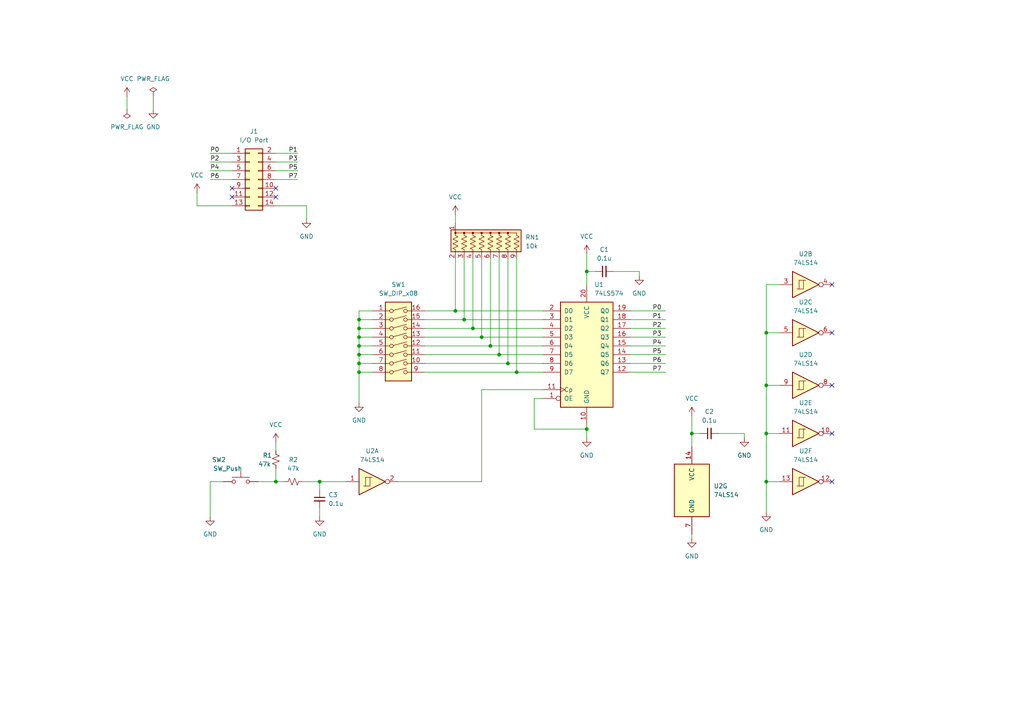
<source format=kicad_sch>
(kicad_sch (version 20230121) (generator eeschema)

  (uuid 576630ab-5347-4203-b62e-4ee25aac213f)

  (paper "A4")

  (title_block
    (title "Z80-PIO Test Board")
    (date "2023-10-20")
    (rev "1")
    (company "KUNI-NET")
    (comment 1 "Z80 PIOの入力ポートテスト用基板")
  )

  (lib_symbols
    (symbol "74xx:74LS14" (pin_names (offset 1.016)) (in_bom yes) (on_board yes)
      (property "Reference" "U" (at 0 1.27 0)
        (effects (font (size 1.27 1.27)))
      )
      (property "Value" "74LS14" (at 0 -1.27 0)
        (effects (font (size 1.27 1.27)))
      )
      (property "Footprint" "" (at 0 0 0)
        (effects (font (size 1.27 1.27)) hide)
      )
      (property "Datasheet" "http://www.ti.com/lit/gpn/sn74LS14" (at 0 0 0)
        (effects (font (size 1.27 1.27)) hide)
      )
      (property "ki_locked" "" (at 0 0 0)
        (effects (font (size 1.27 1.27)))
      )
      (property "ki_keywords" "TTL not inverter" (at 0 0 0)
        (effects (font (size 1.27 1.27)) hide)
      )
      (property "ki_description" "Hex inverter schmitt trigger" (at 0 0 0)
        (effects (font (size 1.27 1.27)) hide)
      )
      (property "ki_fp_filters" "DIP*W7.62mm*" (at 0 0 0)
        (effects (font (size 1.27 1.27)) hide)
      )
      (symbol "74LS14_1_0"
        (polyline
          (pts
            (xy -3.81 3.81)
            (xy -3.81 -3.81)
            (xy 3.81 0)
            (xy -3.81 3.81)
          )
          (stroke (width 0.254) (type default))
          (fill (type background))
        )
        (pin input line (at -7.62 0 0) (length 3.81)
          (name "~" (effects (font (size 1.27 1.27))))
          (number "1" (effects (font (size 1.27 1.27))))
        )
        (pin output inverted (at 7.62 0 180) (length 3.81)
          (name "~" (effects (font (size 1.27 1.27))))
          (number "2" (effects (font (size 1.27 1.27))))
        )
      )
      (symbol "74LS14_1_1"
        (polyline
          (pts
            (xy -1.905 -1.27)
            (xy -1.905 1.27)
            (xy -0.635 1.27)
          )
          (stroke (width 0) (type default))
          (fill (type none))
        )
        (polyline
          (pts
            (xy -2.54 -1.27)
            (xy -0.635 -1.27)
            (xy -0.635 1.27)
            (xy 0 1.27)
          )
          (stroke (width 0) (type default))
          (fill (type none))
        )
      )
      (symbol "74LS14_2_0"
        (polyline
          (pts
            (xy -3.81 3.81)
            (xy -3.81 -3.81)
            (xy 3.81 0)
            (xy -3.81 3.81)
          )
          (stroke (width 0.254) (type default))
          (fill (type background))
        )
        (pin input line (at -7.62 0 0) (length 3.81)
          (name "~" (effects (font (size 1.27 1.27))))
          (number "3" (effects (font (size 1.27 1.27))))
        )
        (pin output inverted (at 7.62 0 180) (length 3.81)
          (name "~" (effects (font (size 1.27 1.27))))
          (number "4" (effects (font (size 1.27 1.27))))
        )
      )
      (symbol "74LS14_2_1"
        (polyline
          (pts
            (xy -1.905 -1.27)
            (xy -1.905 1.27)
            (xy -0.635 1.27)
          )
          (stroke (width 0) (type default))
          (fill (type none))
        )
        (polyline
          (pts
            (xy -2.54 -1.27)
            (xy -0.635 -1.27)
            (xy -0.635 1.27)
            (xy 0 1.27)
          )
          (stroke (width 0) (type default))
          (fill (type none))
        )
      )
      (symbol "74LS14_3_0"
        (polyline
          (pts
            (xy -3.81 3.81)
            (xy -3.81 -3.81)
            (xy 3.81 0)
            (xy -3.81 3.81)
          )
          (stroke (width 0.254) (type default))
          (fill (type background))
        )
        (pin input line (at -7.62 0 0) (length 3.81)
          (name "~" (effects (font (size 1.27 1.27))))
          (number "5" (effects (font (size 1.27 1.27))))
        )
        (pin output inverted (at 7.62 0 180) (length 3.81)
          (name "~" (effects (font (size 1.27 1.27))))
          (number "6" (effects (font (size 1.27 1.27))))
        )
      )
      (symbol "74LS14_3_1"
        (polyline
          (pts
            (xy -1.905 -1.27)
            (xy -1.905 1.27)
            (xy -0.635 1.27)
          )
          (stroke (width 0) (type default))
          (fill (type none))
        )
        (polyline
          (pts
            (xy -2.54 -1.27)
            (xy -0.635 -1.27)
            (xy -0.635 1.27)
            (xy 0 1.27)
          )
          (stroke (width 0) (type default))
          (fill (type none))
        )
      )
      (symbol "74LS14_4_0"
        (polyline
          (pts
            (xy -3.81 3.81)
            (xy -3.81 -3.81)
            (xy 3.81 0)
            (xy -3.81 3.81)
          )
          (stroke (width 0.254) (type default))
          (fill (type background))
        )
        (pin output inverted (at 7.62 0 180) (length 3.81)
          (name "~" (effects (font (size 1.27 1.27))))
          (number "8" (effects (font (size 1.27 1.27))))
        )
        (pin input line (at -7.62 0 0) (length 3.81)
          (name "~" (effects (font (size 1.27 1.27))))
          (number "9" (effects (font (size 1.27 1.27))))
        )
      )
      (symbol "74LS14_4_1"
        (polyline
          (pts
            (xy -1.905 -1.27)
            (xy -1.905 1.27)
            (xy -0.635 1.27)
          )
          (stroke (width 0) (type default))
          (fill (type none))
        )
        (polyline
          (pts
            (xy -2.54 -1.27)
            (xy -0.635 -1.27)
            (xy -0.635 1.27)
            (xy 0 1.27)
          )
          (stroke (width 0) (type default))
          (fill (type none))
        )
      )
      (symbol "74LS14_5_0"
        (polyline
          (pts
            (xy -3.81 3.81)
            (xy -3.81 -3.81)
            (xy 3.81 0)
            (xy -3.81 3.81)
          )
          (stroke (width 0.254) (type default))
          (fill (type background))
        )
        (pin output inverted (at 7.62 0 180) (length 3.81)
          (name "~" (effects (font (size 1.27 1.27))))
          (number "10" (effects (font (size 1.27 1.27))))
        )
        (pin input line (at -7.62 0 0) (length 3.81)
          (name "~" (effects (font (size 1.27 1.27))))
          (number "11" (effects (font (size 1.27 1.27))))
        )
      )
      (symbol "74LS14_5_1"
        (polyline
          (pts
            (xy -1.905 -1.27)
            (xy -1.905 1.27)
            (xy -0.635 1.27)
          )
          (stroke (width 0) (type default))
          (fill (type none))
        )
        (polyline
          (pts
            (xy -2.54 -1.27)
            (xy -0.635 -1.27)
            (xy -0.635 1.27)
            (xy 0 1.27)
          )
          (stroke (width 0) (type default))
          (fill (type none))
        )
      )
      (symbol "74LS14_6_0"
        (polyline
          (pts
            (xy -3.81 3.81)
            (xy -3.81 -3.81)
            (xy 3.81 0)
            (xy -3.81 3.81)
          )
          (stroke (width 0.254) (type default))
          (fill (type background))
        )
        (pin output inverted (at 7.62 0 180) (length 3.81)
          (name "~" (effects (font (size 1.27 1.27))))
          (number "12" (effects (font (size 1.27 1.27))))
        )
        (pin input line (at -7.62 0 0) (length 3.81)
          (name "~" (effects (font (size 1.27 1.27))))
          (number "13" (effects (font (size 1.27 1.27))))
        )
      )
      (symbol "74LS14_6_1"
        (polyline
          (pts
            (xy -1.905 -1.27)
            (xy -1.905 1.27)
            (xy -0.635 1.27)
          )
          (stroke (width 0) (type default))
          (fill (type none))
        )
        (polyline
          (pts
            (xy -2.54 -1.27)
            (xy -0.635 -1.27)
            (xy -0.635 1.27)
            (xy 0 1.27)
          )
          (stroke (width 0) (type default))
          (fill (type none))
        )
      )
      (symbol "74LS14_7_0"
        (pin power_in line (at 0 12.7 270) (length 5.08)
          (name "VCC" (effects (font (size 1.27 1.27))))
          (number "14" (effects (font (size 1.27 1.27))))
        )
        (pin power_in line (at 0 -12.7 90) (length 5.08)
          (name "GND" (effects (font (size 1.27 1.27))))
          (number "7" (effects (font (size 1.27 1.27))))
        )
      )
      (symbol "74LS14_7_1"
        (rectangle (start -5.08 7.62) (end 5.08 -7.62)
          (stroke (width 0.254) (type default))
          (fill (type background))
        )
      )
    )
    (symbol "74xx:74LS574" (pin_names (offset 1.016)) (in_bom yes) (on_board yes)
      (property "Reference" "U" (at -7.62 16.51 0)
        (effects (font (size 1.27 1.27)))
      )
      (property "Value" "74LS574" (at -7.62 -16.51 0)
        (effects (font (size 1.27 1.27)))
      )
      (property "Footprint" "" (at 0 0 0)
        (effects (font (size 1.27 1.27)) hide)
      )
      (property "Datasheet" "http://www.ti.com/lit/gpn/sn74LS574" (at 0 0 0)
        (effects (font (size 1.27 1.27)) hide)
      )
      (property "ki_locked" "" (at 0 0 0)
        (effects (font (size 1.27 1.27)))
      )
      (property "ki_keywords" "TTL REG DFF DFF8 3State" (at 0 0 0)
        (effects (font (size 1.27 1.27)) hide)
      )
      (property "ki_description" "8-bit Register, 3-state outputs" (at 0 0 0)
        (effects (font (size 1.27 1.27)) hide)
      )
      (property "ki_fp_filters" "DIP?20*" (at 0 0 0)
        (effects (font (size 1.27 1.27)) hide)
      )
      (symbol "74LS574_1_0"
        (pin input inverted (at -12.7 -12.7 0) (length 5.08)
          (name "OE" (effects (font (size 1.27 1.27))))
          (number "1" (effects (font (size 1.27 1.27))))
        )
        (pin power_in line (at 0 -20.32 90) (length 5.08)
          (name "GND" (effects (font (size 1.27 1.27))))
          (number "10" (effects (font (size 1.27 1.27))))
        )
        (pin input clock (at -12.7 -10.16 0) (length 5.08)
          (name "Cp" (effects (font (size 1.27 1.27))))
          (number "11" (effects (font (size 1.27 1.27))))
        )
        (pin tri_state line (at 12.7 -5.08 180) (length 5.08)
          (name "Q7" (effects (font (size 1.27 1.27))))
          (number "12" (effects (font (size 1.27 1.27))))
        )
        (pin tri_state line (at 12.7 -2.54 180) (length 5.08)
          (name "Q6" (effects (font (size 1.27 1.27))))
          (number "13" (effects (font (size 1.27 1.27))))
        )
        (pin tri_state line (at 12.7 0 180) (length 5.08)
          (name "Q5" (effects (font (size 1.27 1.27))))
          (number "14" (effects (font (size 1.27 1.27))))
        )
        (pin tri_state line (at 12.7 2.54 180) (length 5.08)
          (name "Q4" (effects (font (size 1.27 1.27))))
          (number "15" (effects (font (size 1.27 1.27))))
        )
        (pin tri_state line (at 12.7 5.08 180) (length 5.08)
          (name "Q3" (effects (font (size 1.27 1.27))))
          (number "16" (effects (font (size 1.27 1.27))))
        )
        (pin tri_state line (at 12.7 7.62 180) (length 5.08)
          (name "Q2" (effects (font (size 1.27 1.27))))
          (number "17" (effects (font (size 1.27 1.27))))
        )
        (pin tri_state line (at 12.7 10.16 180) (length 5.08)
          (name "Q1" (effects (font (size 1.27 1.27))))
          (number "18" (effects (font (size 1.27 1.27))))
        )
        (pin tri_state line (at 12.7 12.7 180) (length 5.08)
          (name "Q0" (effects (font (size 1.27 1.27))))
          (number "19" (effects (font (size 1.27 1.27))))
        )
        (pin input line (at -12.7 12.7 0) (length 5.08)
          (name "D0" (effects (font (size 1.27 1.27))))
          (number "2" (effects (font (size 1.27 1.27))))
        )
        (pin power_in line (at 0 20.32 270) (length 5.08)
          (name "VCC" (effects (font (size 1.27 1.27))))
          (number "20" (effects (font (size 1.27 1.27))))
        )
        (pin input line (at -12.7 10.16 0) (length 5.08)
          (name "D1" (effects (font (size 1.27 1.27))))
          (number "3" (effects (font (size 1.27 1.27))))
        )
        (pin input line (at -12.7 7.62 0) (length 5.08)
          (name "D2" (effects (font (size 1.27 1.27))))
          (number "4" (effects (font (size 1.27 1.27))))
        )
        (pin input line (at -12.7 5.08 0) (length 5.08)
          (name "D3" (effects (font (size 1.27 1.27))))
          (number "5" (effects (font (size 1.27 1.27))))
        )
        (pin input line (at -12.7 2.54 0) (length 5.08)
          (name "D4" (effects (font (size 1.27 1.27))))
          (number "6" (effects (font (size 1.27 1.27))))
        )
        (pin input line (at -12.7 0 0) (length 5.08)
          (name "D5" (effects (font (size 1.27 1.27))))
          (number "7" (effects (font (size 1.27 1.27))))
        )
        (pin input line (at -12.7 -2.54 0) (length 5.08)
          (name "D6" (effects (font (size 1.27 1.27))))
          (number "8" (effects (font (size 1.27 1.27))))
        )
        (pin input line (at -12.7 -5.08 0) (length 5.08)
          (name "D7" (effects (font (size 1.27 1.27))))
          (number "9" (effects (font (size 1.27 1.27))))
        )
      )
      (symbol "74LS574_1_1"
        (rectangle (start -7.62 15.24) (end 7.62 -15.24)
          (stroke (width 0.254) (type default))
          (fill (type background))
        )
      )
    )
    (symbol "Connector_Generic:Conn_02x07_Odd_Even" (pin_names (offset 1.016) hide) (in_bom yes) (on_board yes)
      (property "Reference" "J" (at 1.27 10.16 0)
        (effects (font (size 1.27 1.27)))
      )
      (property "Value" "Conn_02x07_Odd_Even" (at 1.27 -10.16 0)
        (effects (font (size 1.27 1.27)))
      )
      (property "Footprint" "" (at 0 0 0)
        (effects (font (size 1.27 1.27)) hide)
      )
      (property "Datasheet" "~" (at 0 0 0)
        (effects (font (size 1.27 1.27)) hide)
      )
      (property "ki_keywords" "connector" (at 0 0 0)
        (effects (font (size 1.27 1.27)) hide)
      )
      (property "ki_description" "Generic connector, double row, 02x07, odd/even pin numbering scheme (row 1 odd numbers, row 2 even numbers), script generated (kicad-library-utils/schlib/autogen/connector/)" (at 0 0 0)
        (effects (font (size 1.27 1.27)) hide)
      )
      (property "ki_fp_filters" "Connector*:*_2x??_*" (at 0 0 0)
        (effects (font (size 1.27 1.27)) hide)
      )
      (symbol "Conn_02x07_Odd_Even_1_1"
        (rectangle (start -1.27 -7.493) (end 0 -7.747)
          (stroke (width 0.1524) (type default))
          (fill (type none))
        )
        (rectangle (start -1.27 -4.953) (end 0 -5.207)
          (stroke (width 0.1524) (type default))
          (fill (type none))
        )
        (rectangle (start -1.27 -2.413) (end 0 -2.667)
          (stroke (width 0.1524) (type default))
          (fill (type none))
        )
        (rectangle (start -1.27 0.127) (end 0 -0.127)
          (stroke (width 0.1524) (type default))
          (fill (type none))
        )
        (rectangle (start -1.27 2.667) (end 0 2.413)
          (stroke (width 0.1524) (type default))
          (fill (type none))
        )
        (rectangle (start -1.27 5.207) (end 0 4.953)
          (stroke (width 0.1524) (type default))
          (fill (type none))
        )
        (rectangle (start -1.27 7.747) (end 0 7.493)
          (stroke (width 0.1524) (type default))
          (fill (type none))
        )
        (rectangle (start -1.27 8.89) (end 3.81 -8.89)
          (stroke (width 0.254) (type default))
          (fill (type background))
        )
        (rectangle (start 3.81 -7.493) (end 2.54 -7.747)
          (stroke (width 0.1524) (type default))
          (fill (type none))
        )
        (rectangle (start 3.81 -4.953) (end 2.54 -5.207)
          (stroke (width 0.1524) (type default))
          (fill (type none))
        )
        (rectangle (start 3.81 -2.413) (end 2.54 -2.667)
          (stroke (width 0.1524) (type default))
          (fill (type none))
        )
        (rectangle (start 3.81 0.127) (end 2.54 -0.127)
          (stroke (width 0.1524) (type default))
          (fill (type none))
        )
        (rectangle (start 3.81 2.667) (end 2.54 2.413)
          (stroke (width 0.1524) (type default))
          (fill (type none))
        )
        (rectangle (start 3.81 5.207) (end 2.54 4.953)
          (stroke (width 0.1524) (type default))
          (fill (type none))
        )
        (rectangle (start 3.81 7.747) (end 2.54 7.493)
          (stroke (width 0.1524) (type default))
          (fill (type none))
        )
        (pin passive line (at -5.08 7.62 0) (length 3.81)
          (name "Pin_1" (effects (font (size 1.27 1.27))))
          (number "1" (effects (font (size 1.27 1.27))))
        )
        (pin passive line (at 7.62 -2.54 180) (length 3.81)
          (name "Pin_10" (effects (font (size 1.27 1.27))))
          (number "10" (effects (font (size 1.27 1.27))))
        )
        (pin passive line (at -5.08 -5.08 0) (length 3.81)
          (name "Pin_11" (effects (font (size 1.27 1.27))))
          (number "11" (effects (font (size 1.27 1.27))))
        )
        (pin passive line (at 7.62 -5.08 180) (length 3.81)
          (name "Pin_12" (effects (font (size 1.27 1.27))))
          (number "12" (effects (font (size 1.27 1.27))))
        )
        (pin passive line (at -5.08 -7.62 0) (length 3.81)
          (name "Pin_13" (effects (font (size 1.27 1.27))))
          (number "13" (effects (font (size 1.27 1.27))))
        )
        (pin passive line (at 7.62 -7.62 180) (length 3.81)
          (name "Pin_14" (effects (font (size 1.27 1.27))))
          (number "14" (effects (font (size 1.27 1.27))))
        )
        (pin passive line (at 7.62 7.62 180) (length 3.81)
          (name "Pin_2" (effects (font (size 1.27 1.27))))
          (number "2" (effects (font (size 1.27 1.27))))
        )
        (pin passive line (at -5.08 5.08 0) (length 3.81)
          (name "Pin_3" (effects (font (size 1.27 1.27))))
          (number "3" (effects (font (size 1.27 1.27))))
        )
        (pin passive line (at 7.62 5.08 180) (length 3.81)
          (name "Pin_4" (effects (font (size 1.27 1.27))))
          (number "4" (effects (font (size 1.27 1.27))))
        )
        (pin passive line (at -5.08 2.54 0) (length 3.81)
          (name "Pin_5" (effects (font (size 1.27 1.27))))
          (number "5" (effects (font (size 1.27 1.27))))
        )
        (pin passive line (at 7.62 2.54 180) (length 3.81)
          (name "Pin_6" (effects (font (size 1.27 1.27))))
          (number "6" (effects (font (size 1.27 1.27))))
        )
        (pin passive line (at -5.08 0 0) (length 3.81)
          (name "Pin_7" (effects (font (size 1.27 1.27))))
          (number "7" (effects (font (size 1.27 1.27))))
        )
        (pin passive line (at 7.62 0 180) (length 3.81)
          (name "Pin_8" (effects (font (size 1.27 1.27))))
          (number "8" (effects (font (size 1.27 1.27))))
        )
        (pin passive line (at -5.08 -2.54 0) (length 3.81)
          (name "Pin_9" (effects (font (size 1.27 1.27))))
          (number "9" (effects (font (size 1.27 1.27))))
        )
      )
    )
    (symbol "Device:C_Small" (pin_numbers hide) (pin_names (offset 0.254) hide) (in_bom yes) (on_board yes)
      (property "Reference" "C" (at 0.254 1.778 0)
        (effects (font (size 1.27 1.27)) (justify left))
      )
      (property "Value" "C_Small" (at 0.254 -2.032 0)
        (effects (font (size 1.27 1.27)) (justify left))
      )
      (property "Footprint" "" (at 0 0 0)
        (effects (font (size 1.27 1.27)) hide)
      )
      (property "Datasheet" "~" (at 0 0 0)
        (effects (font (size 1.27 1.27)) hide)
      )
      (property "ki_keywords" "capacitor cap" (at 0 0 0)
        (effects (font (size 1.27 1.27)) hide)
      )
      (property "ki_description" "Unpolarized capacitor, small symbol" (at 0 0 0)
        (effects (font (size 1.27 1.27)) hide)
      )
      (property "ki_fp_filters" "C_*" (at 0 0 0)
        (effects (font (size 1.27 1.27)) hide)
      )
      (symbol "C_Small_0_1"
        (polyline
          (pts
            (xy -1.524 -0.508)
            (xy 1.524 -0.508)
          )
          (stroke (width 0.3302) (type default))
          (fill (type none))
        )
        (polyline
          (pts
            (xy -1.524 0.508)
            (xy 1.524 0.508)
          )
          (stroke (width 0.3048) (type default))
          (fill (type none))
        )
      )
      (symbol "C_Small_1_1"
        (pin passive line (at 0 2.54 270) (length 2.032)
          (name "~" (effects (font (size 1.27 1.27))))
          (number "1" (effects (font (size 1.27 1.27))))
        )
        (pin passive line (at 0 -2.54 90) (length 2.032)
          (name "~" (effects (font (size 1.27 1.27))))
          (number "2" (effects (font (size 1.27 1.27))))
        )
      )
    )
    (symbol "Device:R_Network08_US" (pin_names (offset 0) hide) (in_bom yes) (on_board yes)
      (property "Reference" "RN" (at -12.7 0 90)
        (effects (font (size 1.27 1.27)))
      )
      (property "Value" "R_Network08_US" (at 10.16 0 90)
        (effects (font (size 1.27 1.27)))
      )
      (property "Footprint" "Resistor_THT:R_Array_SIP9" (at 12.065 0 90)
        (effects (font (size 1.27 1.27)) hide)
      )
      (property "Datasheet" "http://www.vishay.com/docs/31509/csc.pdf" (at 0 0 0)
        (effects (font (size 1.27 1.27)) hide)
      )
      (property "ki_keywords" "R network star-topology" (at 0 0 0)
        (effects (font (size 1.27 1.27)) hide)
      )
      (property "ki_description" "8 resistor network, star topology, bussed resistors, small US symbol" (at 0 0 0)
        (effects (font (size 1.27 1.27)) hide)
      )
      (property "ki_fp_filters" "R?Array?SIP*" (at 0 0 0)
        (effects (font (size 1.27 1.27)) hide)
      )
      (symbol "R_Network08_US_0_1"
        (rectangle (start -11.43 -3.175) (end 8.89 3.175)
          (stroke (width 0.254) (type default))
          (fill (type background))
        )
        (circle (center -10.16 2.286) (radius 0.254)
          (stroke (width 0) (type default))
          (fill (type outline))
        )
        (circle (center -7.62 2.286) (radius 0.254)
          (stroke (width 0) (type default))
          (fill (type outline))
        )
        (circle (center -5.08 2.286) (radius 0.254)
          (stroke (width 0) (type default))
          (fill (type outline))
        )
        (circle (center -2.54 2.286) (radius 0.254)
          (stroke (width 0) (type default))
          (fill (type outline))
        )
        (polyline
          (pts
            (xy -10.16 2.286)
            (xy 7.62 2.286)
          )
          (stroke (width 0) (type default))
          (fill (type none))
        )
        (polyline
          (pts
            (xy -10.16 2.286)
            (xy -10.16 1.524)
            (xy -9.398 1.1684)
            (xy -10.922 0.508)
            (xy -9.398 -0.1524)
            (xy -10.922 -0.8382)
            (xy -9.398 -1.524)
            (xy -10.922 -2.1844)
            (xy -10.16 -2.54)
            (xy -10.16 -3.81)
          )
          (stroke (width 0) (type default))
          (fill (type none))
        )
        (polyline
          (pts
            (xy -7.62 2.286)
            (xy -7.62 1.524)
            (xy -6.858 1.1684)
            (xy -8.382 0.508)
            (xy -6.858 -0.1524)
            (xy -8.382 -0.8382)
            (xy -6.858 -1.524)
            (xy -8.382 -2.1844)
            (xy -7.62 -2.54)
            (xy -7.62 -3.81)
          )
          (stroke (width 0) (type default))
          (fill (type none))
        )
        (polyline
          (pts
            (xy -5.08 2.286)
            (xy -5.08 1.524)
            (xy -4.318 1.1684)
            (xy -5.842 0.508)
            (xy -4.318 -0.1524)
            (xy -5.842 -0.8382)
            (xy -4.318 -1.524)
            (xy -5.842 -2.1844)
            (xy -5.08 -2.54)
            (xy -5.08 -3.81)
          )
          (stroke (width 0) (type default))
          (fill (type none))
        )
        (polyline
          (pts
            (xy -2.54 2.286)
            (xy -2.54 1.524)
            (xy -1.778 1.1684)
            (xy -3.302 0.508)
            (xy -1.778 -0.1524)
            (xy -3.302 -0.8382)
            (xy -1.778 -1.524)
            (xy -3.302 -2.1844)
            (xy -2.54 -2.54)
            (xy -2.54 -3.81)
          )
          (stroke (width 0) (type default))
          (fill (type none))
        )
        (polyline
          (pts
            (xy 0 2.286)
            (xy 0 1.524)
            (xy 0.762 1.1684)
            (xy -0.762 0.508)
            (xy 0.762 -0.1524)
            (xy -0.762 -0.8382)
            (xy 0.762 -1.524)
            (xy -0.762 -2.1844)
            (xy 0 -2.54)
            (xy 0 -3.81)
          )
          (stroke (width 0) (type default))
          (fill (type none))
        )
        (polyline
          (pts
            (xy 2.54 2.286)
            (xy 2.54 1.524)
            (xy 3.302 1.1684)
            (xy 1.778 0.508)
            (xy 3.302 -0.1524)
            (xy 1.778 -0.8382)
            (xy 3.302 -1.524)
            (xy 1.778 -2.1844)
            (xy 2.54 -2.54)
            (xy 2.54 -3.81)
          )
          (stroke (width 0) (type default))
          (fill (type none))
        )
        (polyline
          (pts
            (xy 5.08 2.286)
            (xy 5.08 1.524)
            (xy 5.842 1.1684)
            (xy 4.318 0.508)
            (xy 5.842 -0.1524)
            (xy 4.318 -0.8382)
            (xy 5.842 -1.524)
            (xy 4.318 -2.1844)
            (xy 5.08 -2.54)
            (xy 5.08 -3.81)
          )
          (stroke (width 0) (type default))
          (fill (type none))
        )
        (polyline
          (pts
            (xy 7.62 2.286)
            (xy 7.62 1.524)
            (xy 8.382 1.1684)
            (xy 6.858 0.508)
            (xy 8.382 -0.1524)
            (xy 6.858 -0.8382)
            (xy 8.382 -1.524)
            (xy 6.858 -2.1844)
            (xy 7.62 -2.54)
            (xy 7.62 -3.81)
          )
          (stroke (width 0) (type default))
          (fill (type none))
        )
        (circle (center 0 2.286) (radius 0.254)
          (stroke (width 0) (type default))
          (fill (type outline))
        )
        (circle (center 2.54 2.286) (radius 0.254)
          (stroke (width 0) (type default))
          (fill (type outline))
        )
        (circle (center 5.08 2.286) (radius 0.254)
          (stroke (width 0) (type default))
          (fill (type outline))
        )
      )
      (symbol "R_Network08_US_1_1"
        (pin passive line (at -10.16 5.08 270) (length 2.54)
          (name "common" (effects (font (size 1.27 1.27))))
          (number "1" (effects (font (size 1.27 1.27))))
        )
        (pin passive line (at -10.16 -5.08 90) (length 1.27)
          (name "R1" (effects (font (size 1.27 1.27))))
          (number "2" (effects (font (size 1.27 1.27))))
        )
        (pin passive line (at -7.62 -5.08 90) (length 1.27)
          (name "R2" (effects (font (size 1.27 1.27))))
          (number "3" (effects (font (size 1.27 1.27))))
        )
        (pin passive line (at -5.08 -5.08 90) (length 1.27)
          (name "R3" (effects (font (size 1.27 1.27))))
          (number "4" (effects (font (size 1.27 1.27))))
        )
        (pin passive line (at -2.54 -5.08 90) (length 1.27)
          (name "R4" (effects (font (size 1.27 1.27))))
          (number "5" (effects (font (size 1.27 1.27))))
        )
        (pin passive line (at 0 -5.08 90) (length 1.27)
          (name "R5" (effects (font (size 1.27 1.27))))
          (number "6" (effects (font (size 1.27 1.27))))
        )
        (pin passive line (at 2.54 -5.08 90) (length 1.27)
          (name "R6" (effects (font (size 1.27 1.27))))
          (number "7" (effects (font (size 1.27 1.27))))
        )
        (pin passive line (at 5.08 -5.08 90) (length 1.27)
          (name "R7" (effects (font (size 1.27 1.27))))
          (number "8" (effects (font (size 1.27 1.27))))
        )
        (pin passive line (at 7.62 -5.08 90) (length 1.27)
          (name "R8" (effects (font (size 1.27 1.27))))
          (number "9" (effects (font (size 1.27 1.27))))
        )
      )
    )
    (symbol "Device:R_Small_US" (pin_numbers hide) (pin_names (offset 0.254) hide) (in_bom yes) (on_board yes)
      (property "Reference" "R" (at 0.762 0.508 0)
        (effects (font (size 1.27 1.27)) (justify left))
      )
      (property "Value" "R_Small_US" (at 0.762 -1.016 0)
        (effects (font (size 1.27 1.27)) (justify left))
      )
      (property "Footprint" "" (at 0 0 0)
        (effects (font (size 1.27 1.27)) hide)
      )
      (property "Datasheet" "~" (at 0 0 0)
        (effects (font (size 1.27 1.27)) hide)
      )
      (property "ki_keywords" "r resistor" (at 0 0 0)
        (effects (font (size 1.27 1.27)) hide)
      )
      (property "ki_description" "Resistor, small US symbol" (at 0 0 0)
        (effects (font (size 1.27 1.27)) hide)
      )
      (property "ki_fp_filters" "R_*" (at 0 0 0)
        (effects (font (size 1.27 1.27)) hide)
      )
      (symbol "R_Small_US_1_1"
        (polyline
          (pts
            (xy 0 0)
            (xy 1.016 -0.381)
            (xy 0 -0.762)
            (xy -1.016 -1.143)
            (xy 0 -1.524)
          )
          (stroke (width 0) (type default))
          (fill (type none))
        )
        (polyline
          (pts
            (xy 0 1.524)
            (xy 1.016 1.143)
            (xy 0 0.762)
            (xy -1.016 0.381)
            (xy 0 0)
          )
          (stroke (width 0) (type default))
          (fill (type none))
        )
        (pin passive line (at 0 2.54 270) (length 1.016)
          (name "~" (effects (font (size 1.27 1.27))))
          (number "1" (effects (font (size 1.27 1.27))))
        )
        (pin passive line (at 0 -2.54 90) (length 1.016)
          (name "~" (effects (font (size 1.27 1.27))))
          (number "2" (effects (font (size 1.27 1.27))))
        )
      )
    )
    (symbol "Switch:SW_DIP_x08" (pin_names (offset 0) hide) (in_bom yes) (on_board yes)
      (property "Reference" "SW" (at 0 13.97 0)
        (effects (font (size 1.27 1.27)))
      )
      (property "Value" "SW_DIP_x08" (at 0 -11.43 0)
        (effects (font (size 1.27 1.27)))
      )
      (property "Footprint" "" (at 0 0 0)
        (effects (font (size 1.27 1.27)) hide)
      )
      (property "Datasheet" "~" (at 0 0 0)
        (effects (font (size 1.27 1.27)) hide)
      )
      (property "ki_keywords" "dip switch" (at 0 0 0)
        (effects (font (size 1.27 1.27)) hide)
      )
      (property "ki_description" "8x DIP Switch, Single Pole Single Throw (SPST) switch, small symbol" (at 0 0 0)
        (effects (font (size 1.27 1.27)) hide)
      )
      (property "ki_fp_filters" "SW?DIP?x8*" (at 0 0 0)
        (effects (font (size 1.27 1.27)) hide)
      )
      (symbol "SW_DIP_x08_0_0"
        (circle (center -2.032 -7.62) (radius 0.508)
          (stroke (width 0) (type default))
          (fill (type none))
        )
        (circle (center -2.032 -5.08) (radius 0.508)
          (stroke (width 0) (type default))
          (fill (type none))
        )
        (circle (center -2.032 -2.54) (radius 0.508)
          (stroke (width 0) (type default))
          (fill (type none))
        )
        (circle (center -2.032 0) (radius 0.508)
          (stroke (width 0) (type default))
          (fill (type none))
        )
        (circle (center -2.032 2.54) (radius 0.508)
          (stroke (width 0) (type default))
          (fill (type none))
        )
        (circle (center -2.032 5.08) (radius 0.508)
          (stroke (width 0) (type default))
          (fill (type none))
        )
        (circle (center -2.032 7.62) (radius 0.508)
          (stroke (width 0) (type default))
          (fill (type none))
        )
        (circle (center -2.032 10.16) (radius 0.508)
          (stroke (width 0) (type default))
          (fill (type none))
        )
        (polyline
          (pts
            (xy -1.524 -7.4676)
            (xy 2.3622 -6.4262)
          )
          (stroke (width 0) (type default))
          (fill (type none))
        )
        (polyline
          (pts
            (xy -1.524 -4.9276)
            (xy 2.3622 -3.8862)
          )
          (stroke (width 0) (type default))
          (fill (type none))
        )
        (polyline
          (pts
            (xy -1.524 -2.3876)
            (xy 2.3622 -1.3462)
          )
          (stroke (width 0) (type default))
          (fill (type none))
        )
        (polyline
          (pts
            (xy -1.524 0.127)
            (xy 2.3622 1.1684)
          )
          (stroke (width 0) (type default))
          (fill (type none))
        )
        (polyline
          (pts
            (xy -1.524 2.667)
            (xy 2.3622 3.7084)
          )
          (stroke (width 0) (type default))
          (fill (type none))
        )
        (polyline
          (pts
            (xy -1.524 5.207)
            (xy 2.3622 6.2484)
          )
          (stroke (width 0) (type default))
          (fill (type none))
        )
        (polyline
          (pts
            (xy -1.524 7.747)
            (xy 2.3622 8.7884)
          )
          (stroke (width 0) (type default))
          (fill (type none))
        )
        (polyline
          (pts
            (xy -1.524 10.287)
            (xy 2.3622 11.3284)
          )
          (stroke (width 0) (type default))
          (fill (type none))
        )
        (circle (center 2.032 -7.62) (radius 0.508)
          (stroke (width 0) (type default))
          (fill (type none))
        )
        (circle (center 2.032 -5.08) (radius 0.508)
          (stroke (width 0) (type default))
          (fill (type none))
        )
        (circle (center 2.032 -2.54) (radius 0.508)
          (stroke (width 0) (type default))
          (fill (type none))
        )
        (circle (center 2.032 0) (radius 0.508)
          (stroke (width 0) (type default))
          (fill (type none))
        )
        (circle (center 2.032 2.54) (radius 0.508)
          (stroke (width 0) (type default))
          (fill (type none))
        )
        (circle (center 2.032 5.08) (radius 0.508)
          (stroke (width 0) (type default))
          (fill (type none))
        )
        (circle (center 2.032 7.62) (radius 0.508)
          (stroke (width 0) (type default))
          (fill (type none))
        )
        (circle (center 2.032 10.16) (radius 0.508)
          (stroke (width 0) (type default))
          (fill (type none))
        )
      )
      (symbol "SW_DIP_x08_0_1"
        (rectangle (start -3.81 12.7) (end 3.81 -10.16)
          (stroke (width 0.254) (type default))
          (fill (type background))
        )
      )
      (symbol "SW_DIP_x08_1_1"
        (pin passive line (at -7.62 10.16 0) (length 5.08)
          (name "~" (effects (font (size 1.27 1.27))))
          (number "1" (effects (font (size 1.27 1.27))))
        )
        (pin passive line (at 7.62 -5.08 180) (length 5.08)
          (name "~" (effects (font (size 1.27 1.27))))
          (number "10" (effects (font (size 1.27 1.27))))
        )
        (pin passive line (at 7.62 -2.54 180) (length 5.08)
          (name "~" (effects (font (size 1.27 1.27))))
          (number "11" (effects (font (size 1.27 1.27))))
        )
        (pin passive line (at 7.62 0 180) (length 5.08)
          (name "~" (effects (font (size 1.27 1.27))))
          (number "12" (effects (font (size 1.27 1.27))))
        )
        (pin passive line (at 7.62 2.54 180) (length 5.08)
          (name "~" (effects (font (size 1.27 1.27))))
          (number "13" (effects (font (size 1.27 1.27))))
        )
        (pin passive line (at 7.62 5.08 180) (length 5.08)
          (name "~" (effects (font (size 1.27 1.27))))
          (number "14" (effects (font (size 1.27 1.27))))
        )
        (pin passive line (at 7.62 7.62 180) (length 5.08)
          (name "~" (effects (font (size 1.27 1.27))))
          (number "15" (effects (font (size 1.27 1.27))))
        )
        (pin passive line (at 7.62 10.16 180) (length 5.08)
          (name "~" (effects (font (size 1.27 1.27))))
          (number "16" (effects (font (size 1.27 1.27))))
        )
        (pin passive line (at -7.62 7.62 0) (length 5.08)
          (name "~" (effects (font (size 1.27 1.27))))
          (number "2" (effects (font (size 1.27 1.27))))
        )
        (pin passive line (at -7.62 5.08 0) (length 5.08)
          (name "~" (effects (font (size 1.27 1.27))))
          (number "3" (effects (font (size 1.27 1.27))))
        )
        (pin passive line (at -7.62 2.54 0) (length 5.08)
          (name "~" (effects (font (size 1.27 1.27))))
          (number "4" (effects (font (size 1.27 1.27))))
        )
        (pin passive line (at -7.62 0 0) (length 5.08)
          (name "~" (effects (font (size 1.27 1.27))))
          (number "5" (effects (font (size 1.27 1.27))))
        )
        (pin passive line (at -7.62 -2.54 0) (length 5.08)
          (name "~" (effects (font (size 1.27 1.27))))
          (number "6" (effects (font (size 1.27 1.27))))
        )
        (pin passive line (at -7.62 -5.08 0) (length 5.08)
          (name "~" (effects (font (size 1.27 1.27))))
          (number "7" (effects (font (size 1.27 1.27))))
        )
        (pin passive line (at -7.62 -7.62 0) (length 5.08)
          (name "~" (effects (font (size 1.27 1.27))))
          (number "8" (effects (font (size 1.27 1.27))))
        )
        (pin passive line (at 7.62 -7.62 180) (length 5.08)
          (name "~" (effects (font (size 1.27 1.27))))
          (number "9" (effects (font (size 1.27 1.27))))
        )
      )
    )
    (symbol "Switch:SW_Push" (pin_numbers hide) (pin_names (offset 1.016) hide) (in_bom yes) (on_board yes)
      (property "Reference" "SW" (at 1.27 2.54 0)
        (effects (font (size 1.27 1.27)) (justify left))
      )
      (property "Value" "SW_Push" (at 0 -1.524 0)
        (effects (font (size 1.27 1.27)))
      )
      (property "Footprint" "" (at 0 5.08 0)
        (effects (font (size 1.27 1.27)) hide)
      )
      (property "Datasheet" "~" (at 0 5.08 0)
        (effects (font (size 1.27 1.27)) hide)
      )
      (property "ki_keywords" "switch normally-open pushbutton push-button" (at 0 0 0)
        (effects (font (size 1.27 1.27)) hide)
      )
      (property "ki_description" "Push button switch, generic, two pins" (at 0 0 0)
        (effects (font (size 1.27 1.27)) hide)
      )
      (symbol "SW_Push_0_1"
        (circle (center -2.032 0) (radius 0.508)
          (stroke (width 0) (type default))
          (fill (type none))
        )
        (polyline
          (pts
            (xy 0 1.27)
            (xy 0 3.048)
          )
          (stroke (width 0) (type default))
          (fill (type none))
        )
        (polyline
          (pts
            (xy 2.54 1.27)
            (xy -2.54 1.27)
          )
          (stroke (width 0) (type default))
          (fill (type none))
        )
        (circle (center 2.032 0) (radius 0.508)
          (stroke (width 0) (type default))
          (fill (type none))
        )
        (pin passive line (at -5.08 0 0) (length 2.54)
          (name "1" (effects (font (size 1.27 1.27))))
          (number "1" (effects (font (size 1.27 1.27))))
        )
        (pin passive line (at 5.08 0 180) (length 2.54)
          (name "2" (effects (font (size 1.27 1.27))))
          (number "2" (effects (font (size 1.27 1.27))))
        )
      )
    )
    (symbol "power:GND" (power) (pin_names (offset 0)) (in_bom yes) (on_board yes)
      (property "Reference" "#PWR" (at 0 -6.35 0)
        (effects (font (size 1.27 1.27)) hide)
      )
      (property "Value" "GND" (at 0 -3.81 0)
        (effects (font (size 1.27 1.27)))
      )
      (property "Footprint" "" (at 0 0 0)
        (effects (font (size 1.27 1.27)) hide)
      )
      (property "Datasheet" "" (at 0 0 0)
        (effects (font (size 1.27 1.27)) hide)
      )
      (property "ki_keywords" "global power" (at 0 0 0)
        (effects (font (size 1.27 1.27)) hide)
      )
      (property "ki_description" "Power symbol creates a global label with name \"GND\" , ground" (at 0 0 0)
        (effects (font (size 1.27 1.27)) hide)
      )
      (symbol "GND_0_1"
        (polyline
          (pts
            (xy 0 0)
            (xy 0 -1.27)
            (xy 1.27 -1.27)
            (xy 0 -2.54)
            (xy -1.27 -1.27)
            (xy 0 -1.27)
          )
          (stroke (width 0) (type default))
          (fill (type none))
        )
      )
      (symbol "GND_1_1"
        (pin power_in line (at 0 0 270) (length 0) hide
          (name "GND" (effects (font (size 1.27 1.27))))
          (number "1" (effects (font (size 1.27 1.27))))
        )
      )
    )
    (symbol "power:PWR_FLAG" (power) (pin_numbers hide) (pin_names (offset 0) hide) (in_bom yes) (on_board yes)
      (property "Reference" "#FLG" (at 0 1.905 0)
        (effects (font (size 1.27 1.27)) hide)
      )
      (property "Value" "PWR_FLAG" (at 0 3.81 0)
        (effects (font (size 1.27 1.27)))
      )
      (property "Footprint" "" (at 0 0 0)
        (effects (font (size 1.27 1.27)) hide)
      )
      (property "Datasheet" "~" (at 0 0 0)
        (effects (font (size 1.27 1.27)) hide)
      )
      (property "ki_keywords" "flag power" (at 0 0 0)
        (effects (font (size 1.27 1.27)) hide)
      )
      (property "ki_description" "Special symbol for telling ERC where power comes from" (at 0 0 0)
        (effects (font (size 1.27 1.27)) hide)
      )
      (symbol "PWR_FLAG_0_0"
        (pin power_out line (at 0 0 90) (length 0)
          (name "pwr" (effects (font (size 1.27 1.27))))
          (number "1" (effects (font (size 1.27 1.27))))
        )
      )
      (symbol "PWR_FLAG_0_1"
        (polyline
          (pts
            (xy 0 0)
            (xy 0 1.27)
            (xy -1.016 1.905)
            (xy 0 2.54)
            (xy 1.016 1.905)
            (xy 0 1.27)
          )
          (stroke (width 0) (type default))
          (fill (type none))
        )
      )
    )
    (symbol "power:VCC" (power) (pin_names (offset 0)) (in_bom yes) (on_board yes)
      (property "Reference" "#PWR" (at 0 -3.81 0)
        (effects (font (size 1.27 1.27)) hide)
      )
      (property "Value" "VCC" (at 0 3.81 0)
        (effects (font (size 1.27 1.27)))
      )
      (property "Footprint" "" (at 0 0 0)
        (effects (font (size 1.27 1.27)) hide)
      )
      (property "Datasheet" "" (at 0 0 0)
        (effects (font (size 1.27 1.27)) hide)
      )
      (property "ki_keywords" "global power" (at 0 0 0)
        (effects (font (size 1.27 1.27)) hide)
      )
      (property "ki_description" "Power symbol creates a global label with name \"VCC\"" (at 0 0 0)
        (effects (font (size 1.27 1.27)) hide)
      )
      (symbol "VCC_0_1"
        (polyline
          (pts
            (xy -0.762 1.27)
            (xy 0 2.54)
          )
          (stroke (width 0) (type default))
          (fill (type none))
        )
        (polyline
          (pts
            (xy 0 0)
            (xy 0 2.54)
          )
          (stroke (width 0) (type default))
          (fill (type none))
        )
        (polyline
          (pts
            (xy 0 2.54)
            (xy 0.762 1.27)
          )
          (stroke (width 0) (type default))
          (fill (type none))
        )
      )
      (symbol "VCC_1_1"
        (pin power_in line (at 0 0 90) (length 0) hide
          (name "VCC" (effects (font (size 1.27 1.27))))
          (number "1" (effects (font (size 1.27 1.27))))
        )
      )
    )
  )

  (junction (at 104.14 97.79) (diameter 0) (color 0 0 0 0)
    (uuid 0a2d9fd8-eb2e-4ea0-96a7-132e2ec149fa)
  )
  (junction (at 200.66 125.73) (diameter 0) (color 0 0 0 0)
    (uuid 26503f18-a265-4f7c-85bd-7ca37edec8fd)
  )
  (junction (at 104.14 100.33) (diameter 0) (color 0 0 0 0)
    (uuid 312c4fca-9a9a-4a4f-afca-1792a4c87811)
  )
  (junction (at 222.25 111.76) (diameter 0) (color 0 0 0 0)
    (uuid 3c725611-3db2-4bff-8c4e-197e105d864f)
  )
  (junction (at 144.78 102.87) (diameter 0) (color 0 0 0 0)
    (uuid 3fae5c72-149a-4b64-9d14-1318c1827ff2)
  )
  (junction (at 104.14 95.25) (diameter 0) (color 0 0 0 0)
    (uuid 4151695e-9cd7-4b31-a9e5-106ee6445db0)
  )
  (junction (at 147.32 105.41) (diameter 0) (color 0 0 0 0)
    (uuid 4775bc30-3dc6-4a9e-97a4-e67e1f7944da)
  )
  (junction (at 134.62 92.71) (diameter 0) (color 0 0 0 0)
    (uuid 49c83046-6990-455d-befb-37567f5bc3bf)
  )
  (junction (at 80.01 139.7) (diameter 0) (color 0 0 0 0)
    (uuid 4a8437b4-b2a4-4b2b-b2a6-aac6e3a8eca7)
  )
  (junction (at 139.7 97.79) (diameter 0) (color 0 0 0 0)
    (uuid 4bc82673-ae3b-4af8-94c6-3fe5f4ccfb88)
  )
  (junction (at 149.86 107.95) (diameter 0) (color 0 0 0 0)
    (uuid 5cc48a0e-44ce-4ce8-8bb5-f961a9667173)
  )
  (junction (at 170.18 124.46) (diameter 0) (color 0 0 0 0)
    (uuid 6c6e9b17-c53c-4a22-8ec4-a731a1f51861)
  )
  (junction (at 104.14 92.71) (diameter 0) (color 0 0 0 0)
    (uuid 6d72e0da-7f51-4632-bd70-00f36f10c9da)
  )
  (junction (at 104.14 105.41) (diameter 0) (color 0 0 0 0)
    (uuid 724a74ba-2bcb-4362-a38f-737abead1aba)
  )
  (junction (at 137.16 95.25) (diameter 0) (color 0 0 0 0)
    (uuid 73dbfe40-7e23-48d5-bebc-9b20566b1443)
  )
  (junction (at 92.71 139.7) (diameter 0) (color 0 0 0 0)
    (uuid 879d08c5-6292-4fd5-b2d7-e71218b92489)
  )
  (junction (at 104.14 102.87) (diameter 0) (color 0 0 0 0)
    (uuid 8e640e7f-ac90-4cfd-bb8d-76e087277ca7)
  )
  (junction (at 170.18 78.74) (diameter 0) (color 0 0 0 0)
    (uuid 9fb48bf9-507b-4b0b-90b5-8b2b5e9dd37f)
  )
  (junction (at 222.25 139.7) (diameter 0) (color 0 0 0 0)
    (uuid b6115b49-51d8-4f84-b25e-86a51858d024)
  )
  (junction (at 104.14 107.95) (diameter 0) (color 0 0 0 0)
    (uuid b7799bff-842e-4222-ac63-d1719b88672e)
  )
  (junction (at 222.25 125.73) (diameter 0) (color 0 0 0 0)
    (uuid d655405e-bbb3-4242-bedf-fde1de8844fd)
  )
  (junction (at 222.25 96.52) (diameter 0) (color 0 0 0 0)
    (uuid d9c4cf42-9f66-4902-99d6-97f0017ef78e)
  )
  (junction (at 132.08 90.17) (diameter 0) (color 0 0 0 0)
    (uuid e17a933f-7ebd-42fa-8241-156e7ae9a307)
  )
  (junction (at 142.24 100.33) (diameter 0) (color 0 0 0 0)
    (uuid f8290145-9857-4974-9852-31f7f8c67545)
  )

  (no_connect (at 241.3 125.73) (uuid 042c0892-53ec-4e2f-bd90-a82e62f1e976))
  (no_connect (at 241.3 96.52) (uuid 2098b061-9398-4b74-9cd6-856410bedb0c))
  (no_connect (at 80.01 57.15) (uuid 53751005-b437-448d-ba8e-d361fc2238ae))
  (no_connect (at 241.3 82.55) (uuid 58d174fb-d0fe-48d8-a246-ecd5370f7d6f))
  (no_connect (at 67.31 54.61) (uuid 69e5daf5-30cd-4bf5-b762-63d514bba068))
  (no_connect (at 80.01 54.61) (uuid 69f14a32-7648-42ed-a2bd-2e2dbdd02847))
  (no_connect (at 67.31 57.15) (uuid 9ed4459c-6c6d-46d5-a6fd-d5985df8e994))
  (no_connect (at 241.3 139.7) (uuid b2b39652-623a-4ba5-9298-f09dfc3eccd1))
  (no_connect (at 241.3 111.76) (uuid c3f49e37-6a6f-4b58-89a5-f6d7c86ae8fb))

  (wire (pts (xy 123.19 97.79) (xy 139.7 97.79))
    (stroke (width 0) (type default))
    (uuid 0388049b-f2d2-4a5b-96b1-8be113517d09)
  )
  (wire (pts (xy 92.71 147.32) (xy 92.71 149.86))
    (stroke (width 0) (type default))
    (uuid 0721fabe-0a97-49b5-982c-01ec118529bf)
  )
  (wire (pts (xy 200.66 125.73) (xy 203.2 125.73))
    (stroke (width 0) (type default))
    (uuid 13384006-9166-4902-82fd-95143405ae53)
  )
  (wire (pts (xy 104.14 95.25) (xy 107.95 95.25))
    (stroke (width 0) (type default))
    (uuid 1463001a-16d4-4a84-985b-03a9768e3e6d)
  )
  (wire (pts (xy 57.15 59.69) (xy 67.31 59.69))
    (stroke (width 0) (type default))
    (uuid 16f645f6-1355-4ddd-bec8-7b2c555f57fe)
  )
  (wire (pts (xy 170.18 124.46) (xy 170.18 127))
    (stroke (width 0) (type default))
    (uuid 19720c7b-b398-41f9-b93c-e76c50177070)
  )
  (wire (pts (xy 142.24 74.93) (xy 142.24 100.33))
    (stroke (width 0) (type default))
    (uuid 1d4841dc-9604-4f2b-8e9a-b5f5b9de8a4e)
  )
  (wire (pts (xy 87.63 139.7) (xy 92.71 139.7))
    (stroke (width 0) (type default))
    (uuid 1dbd5701-06ca-4ed4-b4e9-319a574ad493)
  )
  (wire (pts (xy 147.32 105.41) (xy 157.48 105.41))
    (stroke (width 0) (type default))
    (uuid 1f8d6777-39f7-4cd2-9d0b-d38efa2f1b10)
  )
  (wire (pts (xy 57.15 55.88) (xy 57.15 59.69))
    (stroke (width 0) (type default))
    (uuid 243ce743-b4dc-4cef-b159-2b4c6ca79745)
  )
  (wire (pts (xy 170.18 78.74) (xy 172.72 78.74))
    (stroke (width 0) (type default))
    (uuid 24d7496f-63ea-4e1c-a360-d828cdf04d2d)
  )
  (wire (pts (xy 80.01 135.89) (xy 80.01 139.7))
    (stroke (width 0) (type default))
    (uuid 257e487d-20e4-4cde-b6c4-817e30d14095)
  )
  (wire (pts (xy 149.86 107.95) (xy 157.48 107.95))
    (stroke (width 0) (type default))
    (uuid 28b37e37-844b-44a4-9386-5055def86f0f)
  )
  (wire (pts (xy 139.7 97.79) (xy 157.48 97.79))
    (stroke (width 0) (type default))
    (uuid 28b72ed3-7be3-4617-9219-74b80faec85b)
  )
  (wire (pts (xy 86.36 49.53) (xy 80.01 49.53))
    (stroke (width 0) (type default))
    (uuid 2a6969ed-233f-4e4b-a2be-9733fa7e2d1f)
  )
  (wire (pts (xy 123.19 107.95) (xy 149.86 107.95))
    (stroke (width 0) (type default))
    (uuid 2aa3da20-10f0-4ba5-9178-00096f6b759f)
  )
  (wire (pts (xy 134.62 74.93) (xy 134.62 92.71))
    (stroke (width 0) (type default))
    (uuid 2bd70dca-bc65-4abb-8e18-55d152b6b44c)
  )
  (wire (pts (xy 60.96 52.07) (xy 67.31 52.07))
    (stroke (width 0) (type default))
    (uuid 2c8c2d60-fbe7-4c43-83a0-7bf98953d297)
  )
  (wire (pts (xy 200.66 154.94) (xy 200.66 156.21))
    (stroke (width 0) (type default))
    (uuid 2dcbc0ba-92e9-4a14-afd0-ea7250d5992b)
  )
  (wire (pts (xy 132.08 62.23) (xy 132.08 64.77))
    (stroke (width 0) (type default))
    (uuid 2e18c878-e236-4c47-bc8e-0b13b969b1ac)
  )
  (wire (pts (xy 222.25 82.55) (xy 222.25 96.52))
    (stroke (width 0) (type default))
    (uuid 2ed07d35-4bbf-4eeb-ba91-3098d0701e23)
  )
  (wire (pts (xy 137.16 74.93) (xy 137.16 95.25))
    (stroke (width 0) (type default))
    (uuid 2f240fb9-1590-4d50-bac4-dcfbe61e6b90)
  )
  (wire (pts (xy 222.25 96.52) (xy 222.25 111.76))
    (stroke (width 0) (type default))
    (uuid 33a6d4cf-be84-4616-9001-0bdab383b508)
  )
  (wire (pts (xy 182.88 95.25) (xy 193.04 95.25))
    (stroke (width 0) (type default))
    (uuid 33fc8102-1404-4a83-8403-0915af2a8d7d)
  )
  (wire (pts (xy 222.25 125.73) (xy 226.06 125.73))
    (stroke (width 0) (type default))
    (uuid 365b27ad-f24f-4654-bc5e-cd74df4fbf11)
  )
  (wire (pts (xy 134.62 92.71) (xy 157.48 92.71))
    (stroke (width 0) (type default))
    (uuid 3e043c1c-b775-4b76-982b-d73254f800bb)
  )
  (wire (pts (xy 139.7 74.93) (xy 139.7 97.79))
    (stroke (width 0) (type default))
    (uuid 3fc9713f-af31-4e68-9260-9f49a7da32b3)
  )
  (wire (pts (xy 104.14 107.95) (xy 107.95 107.95))
    (stroke (width 0) (type default))
    (uuid 40a20bce-b3b7-4001-9957-90b38d3f94e0)
  )
  (wire (pts (xy 226.06 96.52) (xy 222.25 96.52))
    (stroke (width 0) (type default))
    (uuid 411a0d54-a854-4654-a386-2613bc39ab6f)
  )
  (wire (pts (xy 170.18 78.74) (xy 170.18 82.55))
    (stroke (width 0) (type default))
    (uuid 44d3a731-d56e-4b24-aa99-9a9616a9162f)
  )
  (wire (pts (xy 104.14 97.79) (xy 104.14 100.33))
    (stroke (width 0) (type default))
    (uuid 480d113e-4275-4f8f-a0e3-283602be6c53)
  )
  (wire (pts (xy 200.66 125.73) (xy 200.66 129.54))
    (stroke (width 0) (type default))
    (uuid 4ba7edf4-d3e3-442b-930e-343737376905)
  )
  (wire (pts (xy 44.45 27.94) (xy 44.45 31.75))
    (stroke (width 0) (type default))
    (uuid 4c098de9-10ae-4f11-bf7b-8ea58c3f7f7b)
  )
  (wire (pts (xy 200.66 120.65) (xy 200.66 125.73))
    (stroke (width 0) (type default))
    (uuid 4df7db5a-8d05-441f-9b1e-91ffd8b49a7a)
  )
  (wire (pts (xy 92.71 139.7) (xy 100.33 139.7))
    (stroke (width 0) (type default))
    (uuid 515012aa-0a37-4c29-969c-8c7a0451ef13)
  )
  (wire (pts (xy 74.93 139.7) (xy 80.01 139.7))
    (stroke (width 0) (type default))
    (uuid 5171cff4-e846-4cf4-9fc8-a879f27a45b1)
  )
  (wire (pts (xy 60.96 139.7) (xy 64.77 139.7))
    (stroke (width 0) (type default))
    (uuid 54ff437d-e289-41ef-9c60-2be3f8650209)
  )
  (wire (pts (xy 132.08 74.93) (xy 132.08 90.17))
    (stroke (width 0) (type default))
    (uuid 560a373a-a3f9-4398-86ec-c19e0b42e42e)
  )
  (wire (pts (xy 170.18 73.66) (xy 170.18 78.74))
    (stroke (width 0) (type default))
    (uuid 56ab7506-4e6e-4880-9235-35633b225674)
  )
  (wire (pts (xy 104.14 105.41) (xy 104.14 107.95))
    (stroke (width 0) (type default))
    (uuid 57a9a758-6321-4908-9ea2-71d4d14c7864)
  )
  (wire (pts (xy 139.7 139.7) (xy 139.7 113.03))
    (stroke (width 0) (type default))
    (uuid 59233c37-49b0-4464-85ce-d0894c1a910e)
  )
  (wire (pts (xy 222.25 139.7) (xy 222.25 148.59))
    (stroke (width 0) (type default))
    (uuid 594d2fa2-f05b-448c-9f2b-94bb1e5c6d94)
  )
  (wire (pts (xy 177.8 78.74) (xy 185.42 78.74))
    (stroke (width 0) (type default))
    (uuid 5c593a9a-71ab-4aee-85d9-8635e208694a)
  )
  (wire (pts (xy 92.71 139.7) (xy 92.71 142.24))
    (stroke (width 0) (type default))
    (uuid 5e47874c-b54d-466b-82cd-f7f20767aaac)
  )
  (wire (pts (xy 182.88 105.41) (xy 193.04 105.41))
    (stroke (width 0) (type default))
    (uuid 5f8538c4-3b64-4e78-8466-02fd7604d9c9)
  )
  (wire (pts (xy 185.42 78.74) (xy 185.42 80.01))
    (stroke (width 0) (type default))
    (uuid 62e4fffd-e6a7-4c9c-a026-f4e1dcdf0d0d)
  )
  (wire (pts (xy 104.14 92.71) (xy 107.95 92.71))
    (stroke (width 0) (type default))
    (uuid 632e5665-f52a-4736-b1f0-2cd695be88b0)
  )
  (wire (pts (xy 104.14 100.33) (xy 104.14 102.87))
    (stroke (width 0) (type default))
    (uuid 67b49838-885f-4e13-b743-34f300b9605d)
  )
  (wire (pts (xy 154.94 124.46) (xy 170.18 124.46))
    (stroke (width 0) (type default))
    (uuid 68ad4ad7-d24e-423b-ab97-e629827e7e34)
  )
  (wire (pts (xy 182.88 92.71) (xy 193.04 92.71))
    (stroke (width 0) (type default))
    (uuid 6bb5d8a3-c2ce-41c7-b6f9-a2abb285f4fa)
  )
  (wire (pts (xy 149.86 74.93) (xy 149.86 107.95))
    (stroke (width 0) (type default))
    (uuid 6cecfb71-89b4-4b91-9305-2f7378fb8486)
  )
  (wire (pts (xy 222.25 111.76) (xy 222.25 125.73))
    (stroke (width 0) (type default))
    (uuid 72737d7c-66f6-4f7d-92a9-69cc5636f9bc)
  )
  (wire (pts (xy 86.36 46.99) (xy 80.01 46.99))
    (stroke (width 0) (type default))
    (uuid 734dd9a6-c517-4be9-8627-477bc0cf2ee1)
  )
  (wire (pts (xy 226.06 82.55) (xy 222.25 82.55))
    (stroke (width 0) (type default))
    (uuid 74ae79ca-673c-4508-b31d-f31fd499ae2d)
  )
  (wire (pts (xy 222.25 125.73) (xy 222.25 139.7))
    (stroke (width 0) (type default))
    (uuid 7575efb1-c066-4207-86a8-f21ab6e87bd2)
  )
  (wire (pts (xy 88.9 59.69) (xy 88.9 63.5))
    (stroke (width 0) (type default))
    (uuid 76cb135a-fc1a-4534-b0c4-daa4e78eb899)
  )
  (wire (pts (xy 137.16 95.25) (xy 157.48 95.25))
    (stroke (width 0) (type default))
    (uuid 7c73a417-77f5-4f9a-9753-dbff6fd7f055)
  )
  (wire (pts (xy 144.78 102.87) (xy 157.48 102.87))
    (stroke (width 0) (type default))
    (uuid 7eeab12f-f399-47ce-ab53-734d251480f8)
  )
  (wire (pts (xy 170.18 123.19) (xy 170.18 124.46))
    (stroke (width 0) (type default))
    (uuid 8158af4f-db0d-4180-95c8-863cd0dc6dc5)
  )
  (wire (pts (xy 104.14 102.87) (xy 104.14 105.41))
    (stroke (width 0) (type default))
    (uuid 8de8a49f-e1f4-4cc3-983a-a14d9cb1f7f9)
  )
  (wire (pts (xy 36.83 27.94) (xy 36.83 31.75))
    (stroke (width 0) (type default))
    (uuid 9067e2a8-a25d-45ea-bcda-03b54a45c350)
  )
  (wire (pts (xy 123.19 95.25) (xy 137.16 95.25))
    (stroke (width 0) (type default))
    (uuid 909db326-967b-4e81-a7ae-c21ea00ab85b)
  )
  (wire (pts (xy 139.7 113.03) (xy 157.48 113.03))
    (stroke (width 0) (type default))
    (uuid 90ca8ac0-1723-4ee5-8388-3c9a271a82bf)
  )
  (wire (pts (xy 80.01 139.7) (xy 82.55 139.7))
    (stroke (width 0) (type default))
    (uuid 97626b22-24bb-4fdb-abf3-1ee33ef3ff62)
  )
  (wire (pts (xy 60.96 49.53) (xy 67.31 49.53))
    (stroke (width 0) (type default))
    (uuid 99535a8c-3b4f-4a4b-8829-da20256b198b)
  )
  (wire (pts (xy 60.96 149.86) (xy 60.96 139.7))
    (stroke (width 0) (type default))
    (uuid 9f9acf56-7205-491a-964c-0fe659cbcecb)
  )
  (wire (pts (xy 104.14 95.25) (xy 104.14 97.79))
    (stroke (width 0) (type default))
    (uuid a731124d-d7e8-413e-97ce-02e28bdac6b1)
  )
  (wire (pts (xy 80.01 59.69) (xy 88.9 59.69))
    (stroke (width 0) (type default))
    (uuid aa5c2340-55ef-4bd6-bb2b-efc89e3c8988)
  )
  (wire (pts (xy 60.96 44.45) (xy 67.31 44.45))
    (stroke (width 0) (type default))
    (uuid ac8a6c29-960d-4ae1-8056-7bdaa77b9a10)
  )
  (wire (pts (xy 115.57 139.7) (xy 139.7 139.7))
    (stroke (width 0) (type default))
    (uuid b084a2d8-e47f-4870-b955-1bcd0f5dde6a)
  )
  (wire (pts (xy 182.88 90.17) (xy 193.04 90.17))
    (stroke (width 0) (type default))
    (uuid b0c8fcc0-5cea-43e2-8862-63e8a4dc10d2)
  )
  (wire (pts (xy 123.19 92.71) (xy 134.62 92.71))
    (stroke (width 0) (type default))
    (uuid b746c83f-3d72-4d67-b819-ea6eecf7cf22)
  )
  (wire (pts (xy 60.96 46.99) (xy 67.31 46.99))
    (stroke (width 0) (type default))
    (uuid b7899a10-ed07-43a1-b316-213108f26eaf)
  )
  (wire (pts (xy 123.19 102.87) (xy 144.78 102.87))
    (stroke (width 0) (type default))
    (uuid bbad3372-8d8f-4503-a0f2-655549d00e57)
  )
  (wire (pts (xy 182.88 100.33) (xy 193.04 100.33))
    (stroke (width 0) (type default))
    (uuid c1d16ed4-4999-4a98-84de-40e5aca9bcef)
  )
  (wire (pts (xy 123.19 100.33) (xy 142.24 100.33))
    (stroke (width 0) (type default))
    (uuid c4f66a8c-fe59-4dba-bf1e-857caefc7c3b)
  )
  (wire (pts (xy 182.88 107.95) (xy 193.04 107.95))
    (stroke (width 0) (type default))
    (uuid c5054863-033c-441b-b084-fd5963d7e8c5)
  )
  (wire (pts (xy 157.48 115.57) (xy 154.94 115.57))
    (stroke (width 0) (type default))
    (uuid c53ceb9d-f642-4e22-8219-0830d842edd5)
  )
  (wire (pts (xy 144.78 74.93) (xy 144.78 102.87))
    (stroke (width 0) (type default))
    (uuid c6520c67-7e7f-440d-beee-c4cbe00f53a1)
  )
  (wire (pts (xy 142.24 100.33) (xy 157.48 100.33))
    (stroke (width 0) (type default))
    (uuid c735af79-fff6-461a-a182-c285abe00302)
  )
  (wire (pts (xy 222.25 139.7) (xy 226.06 139.7))
    (stroke (width 0) (type default))
    (uuid c90e757d-419f-42e8-b0f7-0beda02c21e4)
  )
  (wire (pts (xy 147.32 74.93) (xy 147.32 105.41))
    (stroke (width 0) (type default))
    (uuid c94fada6-8b51-49bb-9175-1398bff4c97c)
  )
  (wire (pts (xy 104.14 97.79) (xy 107.95 97.79))
    (stroke (width 0) (type default))
    (uuid c9ca8f7f-8d5f-445d-8036-28cf67609dd4)
  )
  (wire (pts (xy 222.25 111.76) (xy 226.06 111.76))
    (stroke (width 0) (type default))
    (uuid ce4690a9-ed78-4646-9f17-c0cb7eadf273)
  )
  (wire (pts (xy 104.14 105.41) (xy 107.95 105.41))
    (stroke (width 0) (type default))
    (uuid d8e57b72-39d9-4356-b8e6-a9bbc45fa09c)
  )
  (wire (pts (xy 86.36 44.45) (xy 80.01 44.45))
    (stroke (width 0) (type default))
    (uuid da8a4b16-80ef-4c93-82dd-9672b0253800)
  )
  (wire (pts (xy 104.14 90.17) (xy 104.14 92.71))
    (stroke (width 0) (type default))
    (uuid db490e2c-e6cc-4827-9e63-c6fd3d871bfc)
  )
  (wire (pts (xy 215.9 125.73) (xy 215.9 127))
    (stroke (width 0) (type default))
    (uuid de53636f-bfff-4ebb-ae0d-fea392db49c3)
  )
  (wire (pts (xy 104.14 107.95) (xy 104.14 116.84))
    (stroke (width 0) (type default))
    (uuid ded89cc4-eed9-4f5b-8f29-3a472be2d2cf)
  )
  (wire (pts (xy 182.88 97.79) (xy 193.04 97.79))
    (stroke (width 0) (type default))
    (uuid e234c198-359f-43bf-b2b5-4951d14fa883)
  )
  (wire (pts (xy 104.14 92.71) (xy 104.14 95.25))
    (stroke (width 0) (type default))
    (uuid e2f0ae7f-cb80-4b49-b1e5-685e085183cf)
  )
  (wire (pts (xy 132.08 90.17) (xy 157.48 90.17))
    (stroke (width 0) (type default))
    (uuid e3c39ce0-28b6-4853-abef-b38674113333)
  )
  (wire (pts (xy 123.19 105.41) (xy 147.32 105.41))
    (stroke (width 0) (type default))
    (uuid e434d3c0-ce52-45fa-8dfa-a249f90d142e)
  )
  (wire (pts (xy 104.14 102.87) (xy 107.95 102.87))
    (stroke (width 0) (type default))
    (uuid e7e334c3-e869-41eb-8e09-d59b747818cd)
  )
  (wire (pts (xy 182.88 102.87) (xy 193.04 102.87))
    (stroke (width 0) (type default))
    (uuid e809a935-7534-4b30-adb0-dcaa6d038c33)
  )
  (wire (pts (xy 104.14 100.33) (xy 107.95 100.33))
    (stroke (width 0) (type default))
    (uuid e8641439-902f-41c2-93fe-c5ec0fd967b5)
  )
  (wire (pts (xy 80.01 128.27) (xy 80.01 130.81))
    (stroke (width 0) (type default))
    (uuid edf10da7-5fd5-40c4-b023-a68e68b7b0fb)
  )
  (wire (pts (xy 107.95 90.17) (xy 104.14 90.17))
    (stroke (width 0) (type default))
    (uuid ee13cc9b-509d-4b3d-9b43-f3d249fdbdd9)
  )
  (wire (pts (xy 208.28 125.73) (xy 215.9 125.73))
    (stroke (width 0) (type default))
    (uuid efb83fe6-6228-4031-a152-8b71cdfb0d76)
  )
  (wire (pts (xy 123.19 90.17) (xy 132.08 90.17))
    (stroke (width 0) (type default))
    (uuid f0693f29-069c-40c1-b359-16143a1c8290)
  )
  (wire (pts (xy 86.36 52.07) (xy 80.01 52.07))
    (stroke (width 0) (type default))
    (uuid f8209a2e-90fc-421c-b19e-cc9a67934e66)
  )
  (wire (pts (xy 154.94 115.57) (xy 154.94 124.46))
    (stroke (width 0) (type default))
    (uuid f843796d-ddc2-4e04-bebc-a12dd6813027)
  )

  (label "P6" (at 189.23 105.41 0) (fields_autoplaced)
    (effects (font (size 1.27 1.27)) (justify left bottom))
    (uuid 05643bb0-1a32-4ded-9373-5340d0396e24)
  )
  (label "P4" (at 60.96 49.53 0) (fields_autoplaced)
    (effects (font (size 1.27 1.27)) (justify left bottom))
    (uuid 1467e4c4-89b9-43cd-b122-3f17d0d019e4)
  )
  (label "P0" (at 189.23 90.17 0) (fields_autoplaced)
    (effects (font (size 1.27 1.27)) (justify left bottom))
    (uuid 1cb2fbf6-b22d-4606-bea1-ff2bb9c57cf4)
  )
  (label "P7" (at 189.23 107.95 0) (fields_autoplaced)
    (effects (font (size 1.27 1.27)) (justify left bottom))
    (uuid 2f84aaee-89e6-4898-9d4a-af26d05aaee0)
  )
  (label "P0" (at 60.96 44.45 0) (fields_autoplaced)
    (effects (font (size 1.27 1.27)) (justify left bottom))
    (uuid 3933a39c-4fb2-4e20-a5f9-f9ec881523d4)
  )
  (label "P2" (at 60.96 46.99 0) (fields_autoplaced)
    (effects (font (size 1.27 1.27)) (justify left bottom))
    (uuid 47cbcc44-4c83-4427-b687-71778c20509b)
  )
  (label "P3" (at 86.36 46.99 180) (fields_autoplaced)
    (effects (font (size 1.27 1.27)) (justify right bottom))
    (uuid 49010a3c-1bc4-456f-a93e-4e1e8a40cbc6)
  )
  (label "P6" (at 60.96 52.07 0) (fields_autoplaced)
    (effects (font (size 1.27 1.27)) (justify left bottom))
    (uuid 49072a4c-bf09-42bc-b478-2713c4d7a649)
  )
  (label "P1" (at 86.36 44.45 180) (fields_autoplaced)
    (effects (font (size 1.27 1.27)) (justify right bottom))
    (uuid 6026d819-f5b8-48df-a8cc-c1228ba1f14e)
  )
  (label "P1" (at 189.23 92.71 0) (fields_autoplaced)
    (effects (font (size 1.27 1.27)) (justify left bottom))
    (uuid 793a272e-f107-40b3-840e-37e15bf75730)
  )
  (label "P7" (at 86.36 52.07 180) (fields_autoplaced)
    (effects (font (size 1.27 1.27)) (justify right bottom))
    (uuid 8284166b-e208-4780-9fd7-8f7847f9b035)
  )
  (label "P3" (at 189.23 97.79 0) (fields_autoplaced)
    (effects (font (size 1.27 1.27)) (justify left bottom))
    (uuid b7b42b3a-e461-41fe-8ef7-54fa6f8bbd40)
  )
  (label "P2" (at 189.23 95.25 0) (fields_autoplaced)
    (effects (font (size 1.27 1.27)) (justify left bottom))
    (uuid c30079e1-3a03-402c-a15e-4573c9dc96b0)
  )
  (label "P5" (at 189.23 102.87 0) (fields_autoplaced)
    (effects (font (size 1.27 1.27)) (justify left bottom))
    (uuid da21208f-c3d6-4f51-9a38-8bfdc4b3ae76)
  )
  (label "P4" (at 189.23 100.33 0) (fields_autoplaced)
    (effects (font (size 1.27 1.27)) (justify left bottom))
    (uuid e92bcb10-23c8-4c68-84c2-7679c920ffc1)
  )
  (label "P5" (at 86.36 49.53 180) (fields_autoplaced)
    (effects (font (size 1.27 1.27)) (justify right bottom))
    (uuid fc48608a-26bb-4ec7-a9a2-62b067217351)
  )

  (symbol (lib_id "power:VCC") (at 170.18 73.66 0) (unit 1)
    (in_bom yes) (on_board yes) (dnp no) (fields_autoplaced)
    (uuid 06d808a7-c12d-4ccf-ae4d-95dae1b36683)
    (property "Reference" "#PWR07" (at 170.18 77.47 0)
      (effects (font (size 1.27 1.27)) hide)
    )
    (property "Value" "VCC" (at 170.18 68.58 0)
      (effects (font (size 1.27 1.27)))
    )
    (property "Footprint" "" (at 170.18 73.66 0)
      (effects (font (size 1.27 1.27)) hide)
    )
    (property "Datasheet" "" (at 170.18 73.66 0)
      (effects (font (size 1.27 1.27)) hide)
    )
    (pin "1" (uuid e5b41dce-44c2-4bbd-a0cb-94e7e776fc37))
    (instances
      (project "pio_test"
        (path "/576630ab-5347-4203-b62e-4ee25aac213f"
          (reference "#PWR07") (unit 1)
        )
      )
    )
  )

  (symbol (lib_id "74xx:74LS14") (at 200.66 142.24 0) (unit 7)
    (in_bom yes) (on_board yes) (dnp no) (fields_autoplaced)
    (uuid 070e0f1f-b11b-4bfb-b197-556c4b05b090)
    (property "Reference" "U2" (at 207.01 140.97 0)
      (effects (font (size 1.27 1.27)) (justify left))
    )
    (property "Value" "74LS14" (at 207.01 143.51 0)
      (effects (font (size 1.27 1.27)) (justify left))
    )
    (property "Footprint" "" (at 200.66 142.24 0)
      (effects (font (size 1.27 1.27)) hide)
    )
    (property "Datasheet" "http://www.ti.com/lit/gpn/sn74LS14" (at 200.66 142.24 0)
      (effects (font (size 1.27 1.27)) hide)
    )
    (pin "1" (uuid e8c17179-715f-4896-8f71-9c97f58149fe))
    (pin "2" (uuid 659af706-a786-4740-83f8-201ae89c8147))
    (pin "3" (uuid 80a3b18e-1612-4622-a920-3474ee9d23a0))
    (pin "4" (uuid a3562c26-760c-4bf7-9fe0-2c8e97b54ad3))
    (pin "5" (uuid 5782e8ec-34a2-4ed7-a7d9-9aae17bb5b35))
    (pin "6" (uuid 298e8d27-87c6-4392-8683-39e2b1a64ca5))
    (pin "8" (uuid 9295375a-0534-4919-ba7a-39a8a64fe5f4))
    (pin "9" (uuid 74c03e5a-f59e-442e-afa6-a3290af1e36c))
    (pin "10" (uuid 3ac7a998-cf48-4f29-b56c-046e541b6801))
    (pin "11" (uuid 98863fd6-abae-4e9d-844d-fe9eabfba721))
    (pin "12" (uuid d903f9b5-3d48-4e22-b905-01dd82dc8d48))
    (pin "13" (uuid af9da3df-5a26-4da7-8078-be1d12a22d19))
    (pin "14" (uuid f77fe2fc-95c6-4493-851a-a6c70eb48ca7))
    (pin "7" (uuid 1c52da97-0312-4b1e-842a-b893f98f74b9))
    (instances
      (project "pio_test"
        (path "/576630ab-5347-4203-b62e-4ee25aac213f"
          (reference "U2") (unit 7)
        )
      )
    )
  )

  (symbol (lib_id "power:VCC") (at 57.15 55.88 0) (unit 1)
    (in_bom yes) (on_board yes) (dnp no) (fields_autoplaced)
    (uuid 0fdd10e3-cb63-4a3d-8057-b3ffe427c340)
    (property "Reference" "#PWR01" (at 57.15 59.69 0)
      (effects (font (size 1.27 1.27)) hide)
    )
    (property "Value" "VCC" (at 57.15 50.8 0)
      (effects (font (size 1.27 1.27)))
    )
    (property "Footprint" "" (at 57.15 55.88 0)
      (effects (font (size 1.27 1.27)) hide)
    )
    (property "Datasheet" "" (at 57.15 55.88 0)
      (effects (font (size 1.27 1.27)) hide)
    )
    (pin "1" (uuid 4e240806-36f1-4e6c-a77d-5a2784543f16))
    (instances
      (project "pio_test"
        (path "/576630ab-5347-4203-b62e-4ee25aac213f"
          (reference "#PWR01") (unit 1)
        )
      )
    )
  )

  (symbol (lib_id "74xx:74LS574") (at 170.18 102.87 0) (unit 1)
    (in_bom yes) (on_board yes) (dnp no) (fields_autoplaced)
    (uuid 12028df7-bad5-4fc7-bee6-e2ea409c76d4)
    (property "Reference" "U1" (at 172.3741 82.55 0)
      (effects (font (size 1.27 1.27)) (justify left))
    )
    (property "Value" "74LS574" (at 172.3741 85.09 0)
      (effects (font (size 1.27 1.27)) (justify left))
    )
    (property "Footprint" "" (at 170.18 102.87 0)
      (effects (font (size 1.27 1.27)) hide)
    )
    (property "Datasheet" "http://www.ti.com/lit/gpn/sn74LS574" (at 170.18 102.87 0)
      (effects (font (size 1.27 1.27)) hide)
    )
    (pin "1" (uuid 03a12124-9bc9-43d1-b594-e50ca69222f0))
    (pin "10" (uuid 278f2c7c-71a2-40e3-b911-6693739bb3fa))
    (pin "11" (uuid 79b0fd00-ebe0-46e7-a3e0-b90d40e81f8c))
    (pin "12" (uuid c6387bd8-fc3f-4c90-9d07-b5f3497b74f6))
    (pin "13" (uuid d473f06c-4378-46ef-94b3-ed7bc65f155d))
    (pin "14" (uuid aaa3e439-58ad-43e3-883a-b1065d28b9f2))
    (pin "15" (uuid 86508368-68f1-4b68-8ded-38336ce2883c))
    (pin "16" (uuid bc71b435-5d8c-4433-9860-c1230948799c))
    (pin "17" (uuid bceb4752-4514-4248-8f1e-754e3721f466))
    (pin "18" (uuid 62d06258-eb52-4c80-8aff-3b776668d436))
    (pin "19" (uuid 2298ec44-ddba-4f00-a30b-37b0897a5a1a))
    (pin "2" (uuid 5362be5d-6e14-40a3-ad51-25e80081b8c2))
    (pin "20" (uuid 67f6cf3f-61b9-4ae1-831d-cc8bf61e20b8))
    (pin "3" (uuid 9fea938f-e92c-4473-b415-a69557c309ab))
    (pin "4" (uuid 21b43dec-43f0-4805-af8b-afbec1a5dcb1))
    (pin "5" (uuid 12dfe9f9-4f2c-4840-a820-b60791913796))
    (pin "6" (uuid d09dfd56-123d-4db7-b777-671cd7b02f5f))
    (pin "7" (uuid 42bc35cc-cb6c-48d3-a98a-aaecdf93279a))
    (pin "8" (uuid b0033715-4116-42a8-8db9-9b2e61f51a8b))
    (pin "9" (uuid 677490ad-cfd6-4e30-9d12-04b5de248e79))
    (instances
      (project "pio_test"
        (path "/576630ab-5347-4203-b62e-4ee25aac213f"
          (reference "U1") (unit 1)
        )
      )
    )
  )

  (symbol (lib_id "power:VCC") (at 80.01 128.27 0) (unit 1)
    (in_bom yes) (on_board yes) (dnp no) (fields_autoplaced)
    (uuid 1e681c9c-b82e-4193-b38c-002635fe0f7e)
    (property "Reference" "#PWR016" (at 80.01 132.08 0)
      (effects (font (size 1.27 1.27)) hide)
    )
    (property "Value" "VCC" (at 80.01 123.19 0)
      (effects (font (size 1.27 1.27)))
    )
    (property "Footprint" "" (at 80.01 128.27 0)
      (effects (font (size 1.27 1.27)) hide)
    )
    (property "Datasheet" "" (at 80.01 128.27 0)
      (effects (font (size 1.27 1.27)) hide)
    )
    (pin "1" (uuid 0ce361af-deb2-4807-857a-d99835b80c80))
    (instances
      (project "pio_test"
        (path "/576630ab-5347-4203-b62e-4ee25aac213f"
          (reference "#PWR016") (unit 1)
        )
      )
    )
  )

  (symbol (lib_id "power:VCC") (at 200.66 120.65 0) (unit 1)
    (in_bom yes) (on_board yes) (dnp no) (fields_autoplaced)
    (uuid 2159a502-c4d6-43d7-98ae-897db6561c9b)
    (property "Reference" "#PWR011" (at 200.66 124.46 0)
      (effects (font (size 1.27 1.27)) hide)
    )
    (property "Value" "VCC" (at 200.66 115.57 0)
      (effects (font (size 1.27 1.27)))
    )
    (property "Footprint" "" (at 200.66 120.65 0)
      (effects (font (size 1.27 1.27)) hide)
    )
    (property "Datasheet" "" (at 200.66 120.65 0)
      (effects (font (size 1.27 1.27)) hide)
    )
    (pin "1" (uuid d5191c84-1bab-418f-951b-bc8e2ca5213c))
    (instances
      (project "pio_test"
        (path "/576630ab-5347-4203-b62e-4ee25aac213f"
          (reference "#PWR011") (unit 1)
        )
      )
    )
  )

  (symbol (lib_id "Device:R_Small_US") (at 80.01 133.35 0) (unit 1)
    (in_bom yes) (on_board yes) (dnp no)
    (uuid 264bbaa3-a4d2-44f5-b566-a91956afc159)
    (property "Reference" "R1" (at 76.2 132.08 0)
      (effects (font (size 1.27 1.27)) (justify left))
    )
    (property "Value" "47k" (at 74.93 134.62 0)
      (effects (font (size 1.27 1.27)) (justify left))
    )
    (property "Footprint" "" (at 80.01 133.35 0)
      (effects (font (size 1.27 1.27)) hide)
    )
    (property "Datasheet" "~" (at 80.01 133.35 0)
      (effects (font (size 1.27 1.27)) hide)
    )
    (pin "1" (uuid b7fa9e21-0b06-4bf7-91b5-6c2558325227))
    (pin "2" (uuid 34aed7c9-d866-4f3f-96f0-fb605337600a))
    (instances
      (project "pio_test"
        (path "/576630ab-5347-4203-b62e-4ee25aac213f"
          (reference "R1") (unit 1)
        )
      )
    )
  )

  (symbol (lib_id "Device:R_Small_US") (at 85.09 139.7 90) (unit 1)
    (in_bom yes) (on_board yes) (dnp no) (fields_autoplaced)
    (uuid 28418fe9-2898-488d-90bb-5bc6716b8f44)
    (property "Reference" "R2" (at 85.09 133.35 90)
      (effects (font (size 1.27 1.27)))
    )
    (property "Value" "47k" (at 85.09 135.89 90)
      (effects (font (size 1.27 1.27)))
    )
    (property "Footprint" "" (at 85.09 139.7 0)
      (effects (font (size 1.27 1.27)) hide)
    )
    (property "Datasheet" "~" (at 85.09 139.7 0)
      (effects (font (size 1.27 1.27)) hide)
    )
    (pin "1" (uuid a6908e73-7f65-4312-8617-1370a67b20ca))
    (pin "2" (uuid 490ea2e3-f049-4b6f-8a8b-692f225d45a4))
    (instances
      (project "pio_test"
        (path "/576630ab-5347-4203-b62e-4ee25aac213f"
          (reference "R2") (unit 1)
        )
      )
    )
  )

  (symbol (lib_id "Connector_Generic:Conn_02x07_Odd_Even") (at 72.39 52.07 0) (unit 1)
    (in_bom yes) (on_board yes) (dnp no) (fields_autoplaced)
    (uuid 292092b2-175a-4475-9abe-0fdc9fb83b19)
    (property "Reference" "J1" (at 73.66 38.1 0)
      (effects (font (size 1.27 1.27)))
    )
    (property "Value" "I/O Port" (at 73.66 40.64 0)
      (effects (font (size 1.27 1.27)))
    )
    (property "Footprint" "" (at 72.39 52.07 0)
      (effects (font (size 1.27 1.27)) hide)
    )
    (property "Datasheet" "~" (at 72.39 52.07 0)
      (effects (font (size 1.27 1.27)) hide)
    )
    (pin "1" (uuid f6e0b606-91db-4cba-b39e-3a04bd61461a))
    (pin "10" (uuid 53e87328-2882-4d68-b509-ee32c64ccfe2))
    (pin "11" (uuid 8c43c46f-d41d-4601-a398-41c5d4d21d7f))
    (pin "12" (uuid 99b5dcb5-0c6b-4e0a-90f1-abee6ab9a8b7))
    (pin "13" (uuid 63915eb0-d1b8-4954-a7bc-eedf16ce155b))
    (pin "14" (uuid 69777fbe-3388-41c2-b6f5-d7b72c8b1edf))
    (pin "2" (uuid 51d59a66-cbb4-48cf-8724-c167ea60b53e))
    (pin "3" (uuid 0922add9-314e-43e8-bdfc-023462905ab0))
    (pin "4" (uuid b0416a9c-95ab-4ea3-96ba-6e0520d376ec))
    (pin "5" (uuid 7a24816b-2e5c-4e42-b163-74cd3a9f5f44))
    (pin "6" (uuid f97df8bb-d638-448b-a07f-733247fd0e61))
    (pin "7" (uuid 692c3d5f-2ce0-4e9b-b5b3-55dc907ca817))
    (pin "8" (uuid a3e850f7-aa05-4786-8f3a-4867ba313c1b))
    (pin "9" (uuid cba562e6-91a7-4603-a0ff-8f706ccca037))
    (instances
      (project "pio_test"
        (path "/576630ab-5347-4203-b62e-4ee25aac213f"
          (reference "J1") (unit 1)
        )
      )
    )
  )

  (symbol (lib_id "power:GND") (at 92.71 149.86 0) (unit 1)
    (in_bom yes) (on_board yes) (dnp no) (fields_autoplaced)
    (uuid 2bc00e4d-794b-414e-b7f6-174033ae9ffc)
    (property "Reference" "#PWR014" (at 92.71 156.21 0)
      (effects (font (size 1.27 1.27)) hide)
    )
    (property "Value" "GND" (at 92.71 154.94 0)
      (effects (font (size 1.27 1.27)))
    )
    (property "Footprint" "" (at 92.71 149.86 0)
      (effects (font (size 1.27 1.27)) hide)
    )
    (property "Datasheet" "" (at 92.71 149.86 0)
      (effects (font (size 1.27 1.27)) hide)
    )
    (pin "1" (uuid 8676e572-b9fb-4b96-a424-af8e49ab277e))
    (instances
      (project "pio_test"
        (path "/576630ab-5347-4203-b62e-4ee25aac213f"
          (reference "#PWR014") (unit 1)
        )
      )
    )
  )

  (symbol (lib_id "74xx:74LS14") (at 233.68 111.76 0) (unit 4)
    (in_bom yes) (on_board yes) (dnp no) (fields_autoplaced)
    (uuid 2c8e3905-6a53-44c0-99fe-f56856ab11c7)
    (property "Reference" "U2" (at 233.68 102.87 0)
      (effects (font (size 1.27 1.27)))
    )
    (property "Value" "74LS14" (at 233.68 105.41 0)
      (effects (font (size 1.27 1.27)))
    )
    (property "Footprint" "" (at 233.68 111.76 0)
      (effects (font (size 1.27 1.27)) hide)
    )
    (property "Datasheet" "http://www.ti.com/lit/gpn/sn74LS14" (at 233.68 111.76 0)
      (effects (font (size 1.27 1.27)) hide)
    )
    (pin "1" (uuid b54a4cf3-4904-4722-82ee-fb668b60055a))
    (pin "2" (uuid f7a95e1e-6e52-4a44-afa3-3efae0092774))
    (pin "3" (uuid 0a4ceaf3-381e-45b7-be53-0e643e18c048))
    (pin "4" (uuid d3a7dd82-7366-40fa-8047-ee734068d169))
    (pin "5" (uuid 33550868-1c07-442a-b7ee-9fdc17fe2ea3))
    (pin "6" (uuid 01901a4b-ef35-413f-8a35-e1bcb165b301))
    (pin "8" (uuid 185f253b-da8c-44cb-b873-6b115fe5738d))
    (pin "9" (uuid b2a35e0a-5f48-41be-98d7-df5993ee1124))
    (pin "10" (uuid d7b6710c-4521-4433-8be5-f3f7960b5f16))
    (pin "11" (uuid fe23a400-ae51-44d2-a7ea-5219be1d43f2))
    (pin "12" (uuid fe18e442-d4a2-4643-aecb-ab44fd4adfb3))
    (pin "13" (uuid 0a9827df-378a-4ff4-8b2b-ef983039cdd4))
    (pin "14" (uuid 13aa3f1b-45f9-420c-9fc0-6099f999dda8))
    (pin "7" (uuid f822e527-49ae-4073-8f44-e15cef7ff5a8))
    (instances
      (project "pio_test"
        (path "/576630ab-5347-4203-b62e-4ee25aac213f"
          (reference "U2") (unit 4)
        )
      )
    )
  )

  (symbol (lib_id "74xx:74LS14") (at 233.68 139.7 0) (unit 6)
    (in_bom yes) (on_board yes) (dnp no) (fields_autoplaced)
    (uuid 32a7e25b-d5e5-4a56-9770-8b41b3b7aff8)
    (property "Reference" "U2" (at 233.68 130.81 0)
      (effects (font (size 1.27 1.27)))
    )
    (property "Value" "74LS14" (at 233.68 133.35 0)
      (effects (font (size 1.27 1.27)))
    )
    (property "Footprint" "" (at 233.68 139.7 0)
      (effects (font (size 1.27 1.27)) hide)
    )
    (property "Datasheet" "http://www.ti.com/lit/gpn/sn74LS14" (at 233.68 139.7 0)
      (effects (font (size 1.27 1.27)) hide)
    )
    (pin "1" (uuid 5319e580-c473-472a-9121-1bb93295760b))
    (pin "2" (uuid a4795f2b-80ad-4184-b2be-40e7052b5d89))
    (pin "3" (uuid 5989dca3-7f94-4a47-8f28-5392b276befc))
    (pin "4" (uuid 6fc5aa33-f505-4641-b70d-ccc91a716b12))
    (pin "5" (uuid a99f237b-e9a5-4ef7-9a21-67acc3f73af3))
    (pin "6" (uuid 7083d86f-eeaf-4941-b846-abbb0689de92))
    (pin "8" (uuid d5d4e9c4-e4ee-4fb9-9fa4-851fa2f8c6ca))
    (pin "9" (uuid 3a9b155a-46e1-4262-a858-369bc95005fa))
    (pin "10" (uuid 3ce599b2-12ad-449b-9fb9-d3f9e555f84c))
    (pin "11" (uuid 9ee673b5-98bb-4a3a-a455-c02f296547a7))
    (pin "12" (uuid f53b0061-b05e-49da-9efe-6c2748e6226d))
    (pin "13" (uuid 392ef619-1d55-42cc-8388-037aaf146e41))
    (pin "14" (uuid 17348619-b6f7-4f7e-9793-f087dc2cc32c))
    (pin "7" (uuid 91e8759a-decd-4572-ae14-701c0ac1220c))
    (instances
      (project "pio_test"
        (path "/576630ab-5347-4203-b62e-4ee25aac213f"
          (reference "U2") (unit 6)
        )
      )
    )
  )

  (symbol (lib_id "Switch:SW_DIP_x08") (at 115.57 100.33 0) (unit 1)
    (in_bom yes) (on_board yes) (dnp no) (fields_autoplaced)
    (uuid 345bea56-0b8f-47ac-a7ec-69511d957e8f)
    (property "Reference" "SW1" (at 115.57 82.55 0)
      (effects (font (size 1.27 1.27)))
    )
    (property "Value" "SW_DIP_x08" (at 115.57 85.09 0)
      (effects (font (size 1.27 1.27)))
    )
    (property "Footprint" "" (at 115.57 100.33 0)
      (effects (font (size 1.27 1.27)) hide)
    )
    (property "Datasheet" "~" (at 115.57 100.33 0)
      (effects (font (size 1.27 1.27)) hide)
    )
    (pin "1" (uuid e82555a1-dbd3-43e2-a2b0-37affe925c9a))
    (pin "10" (uuid b85c204f-e622-4c07-811d-08ab0f3b8f73))
    (pin "11" (uuid 4b9c8ec3-a6e2-4828-bfd1-9cbbefb0d909))
    (pin "12" (uuid cd24a8c7-309a-47ed-a09b-ab760f3d9099))
    (pin "13" (uuid cbb55c99-d7c1-4128-9e48-c41e5f526746))
    (pin "14" (uuid 7edf3714-0be1-4488-832d-f6cae87920de))
    (pin "15" (uuid 0d6fae69-d719-48fe-8b7d-9671e9d65453))
    (pin "16" (uuid c8e3f726-ceca-46c5-9fd1-ddc647a1d566))
    (pin "2" (uuid cf93a22d-5988-44e1-a385-8366b984d471))
    (pin "3" (uuid f2547d0f-7a0a-4c0c-9d67-1ca7e312e8b9))
    (pin "4" (uuid fb83a373-2bbc-4da6-be0b-defe9d3a9db4))
    (pin "5" (uuid 368c2b1b-c49e-4060-8670-5592695372a1))
    (pin "6" (uuid c8f46847-562c-491e-b5cb-6430df150e8c))
    (pin "7" (uuid f24e16a4-2d36-4666-809f-cdc1659b5c8c))
    (pin "8" (uuid 4889a428-3cbf-4b88-8c90-4ebb9de06821))
    (pin "9" (uuid df5e9174-60aa-4702-b008-09e9b781ef7e))
    (instances
      (project "pio_test"
        (path "/576630ab-5347-4203-b62e-4ee25aac213f"
          (reference "SW1") (unit 1)
        )
      )
    )
  )

  (symbol (lib_id "Device:C_Small") (at 205.74 125.73 90) (unit 1)
    (in_bom yes) (on_board yes) (dnp no) (fields_autoplaced)
    (uuid 34c5f32b-9399-4877-9c12-21db1371355b)
    (property "Reference" "C2" (at 205.7463 119.38 90)
      (effects (font (size 1.27 1.27)))
    )
    (property "Value" "0.1u" (at 205.7463 121.92 90)
      (effects (font (size 1.27 1.27)))
    )
    (property "Footprint" "" (at 205.74 125.73 0)
      (effects (font (size 1.27 1.27)) hide)
    )
    (property "Datasheet" "~" (at 205.74 125.73 0)
      (effects (font (size 1.27 1.27)) hide)
    )
    (pin "1" (uuid 84c28240-eb76-49ef-917d-6c30ff223f02))
    (pin "2" (uuid e9af1096-5fb9-45e2-a636-790641f90bd3))
    (instances
      (project "pio_test"
        (path "/576630ab-5347-4203-b62e-4ee25aac213f"
          (reference "C2") (unit 1)
        )
      )
    )
  )

  (symbol (lib_id "power:GND") (at 104.14 116.84 0) (unit 1)
    (in_bom yes) (on_board yes) (dnp no) (fields_autoplaced)
    (uuid 3b5cbe1d-6f59-4111-b79f-80146dc473f3)
    (property "Reference" "#PWR05" (at 104.14 123.19 0)
      (effects (font (size 1.27 1.27)) hide)
    )
    (property "Value" "GND" (at 104.14 121.92 0)
      (effects (font (size 1.27 1.27)))
    )
    (property "Footprint" "" (at 104.14 116.84 0)
      (effects (font (size 1.27 1.27)) hide)
    )
    (property "Datasheet" "" (at 104.14 116.84 0)
      (effects (font (size 1.27 1.27)) hide)
    )
    (pin "1" (uuid 83746fb0-5395-4c62-bbb3-f9aa72bdebbd))
    (instances
      (project "pio_test"
        (path "/576630ab-5347-4203-b62e-4ee25aac213f"
          (reference "#PWR05") (unit 1)
        )
      )
    )
  )

  (symbol (lib_id "power:PWR_FLAG") (at 36.83 31.75 180) (unit 1)
    (in_bom yes) (on_board yes) (dnp no) (fields_autoplaced)
    (uuid 3c82ca5e-4599-45ed-a648-9198730027cc)
    (property "Reference" "#FLG02" (at 36.83 33.655 0)
      (effects (font (size 1.27 1.27)) hide)
    )
    (property "Value" "PWR_FLAG" (at 36.83 36.83 0)
      (effects (font (size 1.27 1.27)))
    )
    (property "Footprint" "" (at 36.83 31.75 0)
      (effects (font (size 1.27 1.27)) hide)
    )
    (property "Datasheet" "~" (at 36.83 31.75 0)
      (effects (font (size 1.27 1.27)) hide)
    )
    (pin "1" (uuid ebd3ded7-c62f-4266-ae9c-821e4324b6bd))
    (instances
      (project "pio_test"
        (path "/576630ab-5347-4203-b62e-4ee25aac213f"
          (reference "#FLG02") (unit 1)
        )
      )
    )
  )

  (symbol (lib_id "Switch:SW_Push") (at 69.85 139.7 0) (unit 1)
    (in_bom yes) (on_board yes) (dnp no)
    (uuid 3f76b854-564a-4d68-95c6-39f81f3d1464)
    (property "Reference" "SW2" (at 63.5 133.35 0)
      (effects (font (size 1.27 1.27)))
    )
    (property "Value" "SW_Push" (at 66.04 135.89 0)
      (effects (font (size 1.27 1.27)))
    )
    (property "Footprint" "" (at 69.85 134.62 0)
      (effects (font (size 1.27 1.27)) hide)
    )
    (property "Datasheet" "~" (at 69.85 134.62 0)
      (effects (font (size 1.27 1.27)) hide)
    )
    (pin "1" (uuid 92a87133-8144-4809-be2c-16270d6e1734))
    (pin "2" (uuid 9e091f96-85ae-4a58-9e52-ca13b872c671))
    (instances
      (project "pio_test"
        (path "/576630ab-5347-4203-b62e-4ee25aac213f"
          (reference "SW2") (unit 1)
        )
      )
    )
  )

  (symbol (lib_id "power:GND") (at 44.45 31.75 0) (unit 1)
    (in_bom yes) (on_board yes) (dnp no) (fields_autoplaced)
    (uuid 565afe20-c562-4180-8087-072287bbbacc)
    (property "Reference" "#PWR04" (at 44.45 38.1 0)
      (effects (font (size 1.27 1.27)) hide)
    )
    (property "Value" "GND" (at 44.45 36.83 0)
      (effects (font (size 1.27 1.27)))
    )
    (property "Footprint" "" (at 44.45 31.75 0)
      (effects (font (size 1.27 1.27)) hide)
    )
    (property "Datasheet" "" (at 44.45 31.75 0)
      (effects (font (size 1.27 1.27)) hide)
    )
    (pin "1" (uuid 99a110fc-2934-4a86-84de-e991bfa493dd))
    (instances
      (project "pio_test"
        (path "/576630ab-5347-4203-b62e-4ee25aac213f"
          (reference "#PWR04") (unit 1)
        )
      )
    )
  )

  (symbol (lib_id "Device:R_Network08_US") (at 142.24 69.85 0) (unit 1)
    (in_bom yes) (on_board yes) (dnp no) (fields_autoplaced)
    (uuid 59419a06-e8ca-4abb-b209-b2459703517e)
    (property "Reference" "RN1" (at 152.4 68.834 0)
      (effects (font (size 1.27 1.27)) (justify left))
    )
    (property "Value" "10k" (at 152.4 71.374 0)
      (effects (font (size 1.27 1.27)) (justify left))
    )
    (property "Footprint" "Resistor_THT:R_Array_SIP9" (at 154.305 69.85 90)
      (effects (font (size 1.27 1.27)) hide)
    )
    (property "Datasheet" "http://www.vishay.com/docs/31509/csc.pdf" (at 142.24 69.85 0)
      (effects (font (size 1.27 1.27)) hide)
    )
    (pin "1" (uuid 5fdd550b-ceda-4988-b1f4-94c369c168a0))
    (pin "2" (uuid 41ce6dda-2e11-4fce-a3bf-551e53b51961))
    (pin "3" (uuid 3b0a8d23-3af2-477b-9d46-d1c30fd38481))
    (pin "4" (uuid 503b6f44-bb52-41fc-a28e-5999b1ec5b37))
    (pin "5" (uuid af4abc83-4111-4c54-86fe-5d24e780112e))
    (pin "6" (uuid 3a189658-0ae3-4a36-895c-7516c320ab1d))
    (pin "7" (uuid 75d4a0d2-bbc4-4432-ba38-61315a67dfa0))
    (pin "8" (uuid 821b8165-66ff-40fe-a634-2a67428fdf93))
    (pin "9" (uuid 142db471-5d30-46ba-a395-c3468cea0fde))
    (instances
      (project "pio_test"
        (path "/576630ab-5347-4203-b62e-4ee25aac213f"
          (reference "RN1") (unit 1)
        )
      )
    )
  )

  (symbol (lib_id "74xx:74LS14") (at 233.68 96.52 0) (unit 3)
    (in_bom yes) (on_board yes) (dnp no) (fields_autoplaced)
    (uuid 5a1bf350-2ac0-41a4-9185-de60c32569d7)
    (property "Reference" "U2" (at 233.68 87.63 0)
      (effects (font (size 1.27 1.27)))
    )
    (property "Value" "74LS14" (at 233.68 90.17 0)
      (effects (font (size 1.27 1.27)))
    )
    (property "Footprint" "" (at 233.68 96.52 0)
      (effects (font (size 1.27 1.27)) hide)
    )
    (property "Datasheet" "http://www.ti.com/lit/gpn/sn74LS14" (at 233.68 96.52 0)
      (effects (font (size 1.27 1.27)) hide)
    )
    (pin "1" (uuid 2bd25e74-c533-4af8-961d-c93d65adb5ee))
    (pin "2" (uuid 6af8a701-6189-4f5c-aaa9-c55f812bc01c))
    (pin "3" (uuid 5cabe26f-94e4-4f3c-a3ea-653c76d93528))
    (pin "4" (uuid 96c376f4-4193-42e6-a519-c95053b30b33))
    (pin "5" (uuid d7b143bb-b0f5-4555-bed0-3ebe55f874c3))
    (pin "6" (uuid 93e07be7-1efd-4c46-a73d-b3a86d31e4ae))
    (pin "8" (uuid d2b99a51-3b57-482b-b639-967d7c1796f0))
    (pin "9" (uuid bc685864-8524-4634-89dc-fda0d38bcff0))
    (pin "10" (uuid 508a3f23-7790-4ae1-9d93-3830c1471887))
    (pin "11" (uuid 338cf50c-5047-4bb7-bf5b-e1711c92794c))
    (pin "12" (uuid bb0e11f5-9079-4a28-b70b-745fd49d331a))
    (pin "13" (uuid deed367b-e6a0-4f8f-95aa-ed92e029048c))
    (pin "14" (uuid cc1c4497-ea1e-4d35-88aa-dc869f2c16e4))
    (pin "7" (uuid a720fa3f-be1c-467a-be01-3d793a0cd297))
    (instances
      (project "pio_test"
        (path "/576630ab-5347-4203-b62e-4ee25aac213f"
          (reference "U2") (unit 3)
        )
      )
    )
  )

  (symbol (lib_id "power:GND") (at 215.9 127 0) (unit 1)
    (in_bom yes) (on_board yes) (dnp no) (fields_autoplaced)
    (uuid 7d050bc2-05ad-4208-ae3d-d893873e58ce)
    (property "Reference" "#PWR012" (at 215.9 133.35 0)
      (effects (font (size 1.27 1.27)) hide)
    )
    (property "Value" "GND" (at 215.9 132.08 0)
      (effects (font (size 1.27 1.27)))
    )
    (property "Footprint" "" (at 215.9 127 0)
      (effects (font (size 1.27 1.27)) hide)
    )
    (property "Datasheet" "" (at 215.9 127 0)
      (effects (font (size 1.27 1.27)) hide)
    )
    (pin "1" (uuid 9dae55c7-1170-4368-8535-c634be620b78))
    (instances
      (project "pio_test"
        (path "/576630ab-5347-4203-b62e-4ee25aac213f"
          (reference "#PWR012") (unit 1)
        )
      )
    )
  )

  (symbol (lib_id "74xx:74LS14") (at 233.68 82.55 0) (unit 2)
    (in_bom yes) (on_board yes) (dnp no) (fields_autoplaced)
    (uuid 7fefe60d-781a-42f0-96f6-bb68ed3651f2)
    (property "Reference" "U2" (at 233.68 73.66 0)
      (effects (font (size 1.27 1.27)))
    )
    (property "Value" "74LS14" (at 233.68 76.2 0)
      (effects (font (size 1.27 1.27)))
    )
    (property "Footprint" "" (at 233.68 82.55 0)
      (effects (font (size 1.27 1.27)) hide)
    )
    (property "Datasheet" "http://www.ti.com/lit/gpn/sn74LS14" (at 233.68 82.55 0)
      (effects (font (size 1.27 1.27)) hide)
    )
    (pin "1" (uuid a0a9e27a-2eaf-4c47-bafc-783809929fc2))
    (pin "2" (uuid c420ef1f-d1a0-4002-9234-38aa303f0a1c))
    (pin "3" (uuid c2938310-094b-4f9c-9167-f10b4713d069))
    (pin "4" (uuid 6eb98def-8d1b-4976-82ed-9ed825a1a45b))
    (pin "5" (uuid 4300da8c-278b-4913-8b33-c261d548bd56))
    (pin "6" (uuid 378018b8-7451-4aa2-ab6e-2db4f0647df0))
    (pin "8" (uuid ff12b1ef-381c-457e-ba78-2b7ce2c56d71))
    (pin "9" (uuid 38991012-b1df-4734-a1c4-759dd85f38c7))
    (pin "10" (uuid 70bcd1aa-bd4a-4db6-9033-7b34eafa76da))
    (pin "11" (uuid c23effd2-0529-4690-8579-9a63daa4dc45))
    (pin "12" (uuid b69a3131-573b-4229-941c-059e7fc194b0))
    (pin "13" (uuid 2267d52d-e6e6-43a9-824e-8bbba5c0ba85))
    (pin "14" (uuid eea8bf6a-b067-49b0-b2b0-5b9c65f3b9a7))
    (pin "7" (uuid 6b0d26a0-79a9-446e-b5e1-b6f348ec84f8))
    (instances
      (project "pio_test"
        (path "/576630ab-5347-4203-b62e-4ee25aac213f"
          (reference "U2") (unit 2)
        )
      )
    )
  )

  (symbol (lib_id "power:GND") (at 222.25 148.59 0) (unit 1)
    (in_bom yes) (on_board yes) (dnp no) (fields_autoplaced)
    (uuid 8746e40a-afa4-4467-b2c4-d5b585b5deea)
    (property "Reference" "#PWR010" (at 222.25 154.94 0)
      (effects (font (size 1.27 1.27)) hide)
    )
    (property "Value" "GND" (at 222.25 153.67 0)
      (effects (font (size 1.27 1.27)))
    )
    (property "Footprint" "" (at 222.25 148.59 0)
      (effects (font (size 1.27 1.27)) hide)
    )
    (property "Datasheet" "" (at 222.25 148.59 0)
      (effects (font (size 1.27 1.27)) hide)
    )
    (pin "1" (uuid af3db0ad-8432-433e-b6dd-b4dfa92f165d))
    (instances
      (project "pio_test"
        (path "/576630ab-5347-4203-b62e-4ee25aac213f"
          (reference "#PWR010") (unit 1)
        )
      )
    )
  )

  (symbol (lib_id "power:GND") (at 200.66 156.21 0) (unit 1)
    (in_bom yes) (on_board yes) (dnp no) (fields_autoplaced)
    (uuid a72f5b6f-f9ff-4df0-a77b-b2bbacc90b13)
    (property "Reference" "#PWR013" (at 200.66 162.56 0)
      (effects (font (size 1.27 1.27)) hide)
    )
    (property "Value" "GND" (at 200.66 161.29 0)
      (effects (font (size 1.27 1.27)))
    )
    (property "Footprint" "" (at 200.66 156.21 0)
      (effects (font (size 1.27 1.27)) hide)
    )
    (property "Datasheet" "" (at 200.66 156.21 0)
      (effects (font (size 1.27 1.27)) hide)
    )
    (pin "1" (uuid 956833db-7153-47a8-998f-d019089bcecb))
    (instances
      (project "pio_test"
        (path "/576630ab-5347-4203-b62e-4ee25aac213f"
          (reference "#PWR013") (unit 1)
        )
      )
    )
  )

  (symbol (lib_id "74xx:74LS14") (at 107.95 139.7 0) (unit 1)
    (in_bom yes) (on_board yes) (dnp no) (fields_autoplaced)
    (uuid b1bf6010-8cc5-497d-9e48-2359c2fabd96)
    (property "Reference" "U2" (at 107.95 130.81 0)
      (effects (font (size 1.27 1.27)))
    )
    (property "Value" "74LS14" (at 107.95 133.35 0)
      (effects (font (size 1.27 1.27)))
    )
    (property "Footprint" "" (at 107.95 139.7 0)
      (effects (font (size 1.27 1.27)) hide)
    )
    (property "Datasheet" "http://www.ti.com/lit/gpn/sn74LS14" (at 107.95 139.7 0)
      (effects (font (size 1.27 1.27)) hide)
    )
    (pin "1" (uuid 96df53b2-0167-45dd-af52-2e443f1898a5))
    (pin "2" (uuid 33e788de-16c9-4173-b831-8df8fdc8b826))
    (pin "3" (uuid 61a0234d-1414-4165-9d5a-c5ebc230492b))
    (pin "4" (uuid 5f844a9e-d185-4679-9812-d82a9e6138de))
    (pin "5" (uuid 016756e8-a100-41fc-8cdc-492cf524ccb8))
    (pin "6" (uuid ad828e0d-8a45-4fb3-8cb0-24e092e80f07))
    (pin "8" (uuid a81583a8-9eba-41ab-9eb6-ea79a131224b))
    (pin "9" (uuid f8f711e1-06e5-4e5a-9ccf-117ab7df64f3))
    (pin "10" (uuid a4d143d4-f7c4-4e9d-806f-39aa2d25abab))
    (pin "11" (uuid c476a0b2-2972-4ab6-8541-2ab1218e785d))
    (pin "12" (uuid 24aa8db1-a307-4b72-ab0f-50441334aa57))
    (pin "13" (uuid befb56c3-520e-4762-bc87-714457a55405))
    (pin "14" (uuid 09ab419d-ac33-4432-9981-0235f02d8ba3))
    (pin "7" (uuid 91a1cbf7-8e88-4796-bef9-8c17332e2106))
    (instances
      (project "pio_test"
        (path "/576630ab-5347-4203-b62e-4ee25aac213f"
          (reference "U2") (unit 1)
        )
      )
    )
  )

  (symbol (lib_id "74xx:74LS14") (at 233.68 125.73 0) (unit 5)
    (in_bom yes) (on_board yes) (dnp no) (fields_autoplaced)
    (uuid c4084a1d-4bd3-476b-9efc-8c64c38e6f97)
    (property "Reference" "U2" (at 233.68 116.84 0)
      (effects (font (size 1.27 1.27)))
    )
    (property "Value" "74LS14" (at 233.68 119.38 0)
      (effects (font (size 1.27 1.27)))
    )
    (property "Footprint" "" (at 233.68 125.73 0)
      (effects (font (size 1.27 1.27)) hide)
    )
    (property "Datasheet" "http://www.ti.com/lit/gpn/sn74LS14" (at 233.68 125.73 0)
      (effects (font (size 1.27 1.27)) hide)
    )
    (pin "1" (uuid 3f8c0d53-beb5-4780-a8d2-702be6021f13))
    (pin "2" (uuid 999b1eb6-16f0-4126-b7a0-8c98d927e7e0))
    (pin "3" (uuid 0cd89c59-8e33-4333-be37-f5b826eb36b1))
    (pin "4" (uuid 955661ac-20ee-4bf1-8f74-f4d0ad81bea3))
    (pin "5" (uuid 2c673498-9750-4f94-aa58-ff7b6d856524))
    (pin "6" (uuid c971e13c-8d8a-4491-bb69-61ff328c4d66))
    (pin "8" (uuid 7a67fffe-13e0-456a-a89e-4cf7010b83b2))
    (pin "9" (uuid 8c3653d2-83e7-4697-a588-10d4c9adf8aa))
    (pin "10" (uuid e76c12ce-229a-4a31-834d-58891cc3d211))
    (pin "11" (uuid 4e2b9365-7873-4855-83a7-d0457ea9613b))
    (pin "12" (uuid a5682db9-a6d8-4ef1-95c2-0770073c59ca))
    (pin "13" (uuid c3be41cb-4656-4e45-b672-b1ce5c9661a2))
    (pin "14" (uuid 1d482fc2-2590-4e9b-83ff-a9e75a2847d4))
    (pin "7" (uuid bb5ffda0-ca0b-48f3-ac36-77e6d425f762))
    (instances
      (project "pio_test"
        (path "/576630ab-5347-4203-b62e-4ee25aac213f"
          (reference "U2") (unit 5)
        )
      )
    )
  )

  (symbol (lib_id "power:GND") (at 170.18 127 0) (unit 1)
    (in_bom yes) (on_board yes) (dnp no) (fields_autoplaced)
    (uuid cd53c5f0-9c8a-49c4-8afe-7ae6dffaec9d)
    (property "Reference" "#PWR09" (at 170.18 133.35 0)
      (effects (font (size 1.27 1.27)) hide)
    )
    (property "Value" "GND" (at 170.18 132.08 0)
      (effects (font (size 1.27 1.27)))
    )
    (property "Footprint" "" (at 170.18 127 0)
      (effects (font (size 1.27 1.27)) hide)
    )
    (property "Datasheet" "" (at 170.18 127 0)
      (effects (font (size 1.27 1.27)) hide)
    )
    (pin "1" (uuid e0cf7470-07aa-4e97-a093-ef09d6a60352))
    (instances
      (project "pio_test"
        (path "/576630ab-5347-4203-b62e-4ee25aac213f"
          (reference "#PWR09") (unit 1)
        )
      )
    )
  )

  (symbol (lib_id "Device:C_Small") (at 175.26 78.74 90) (unit 1)
    (in_bom yes) (on_board yes) (dnp no) (fields_autoplaced)
    (uuid d2e0582b-ff09-4e64-a833-caaa57550df8)
    (property "Reference" "C1" (at 175.2663 72.39 90)
      (effects (font (size 1.27 1.27)))
    )
    (property "Value" "0.1u" (at 175.2663 74.93 90)
      (effects (font (size 1.27 1.27)))
    )
    (property "Footprint" "" (at 175.26 78.74 0)
      (effects (font (size 1.27 1.27)) hide)
    )
    (property "Datasheet" "~" (at 175.26 78.74 0)
      (effects (font (size 1.27 1.27)) hide)
    )
    (pin "1" (uuid ef92c45c-9e4c-41a3-bc55-464c3821139d))
    (pin "2" (uuid 165562ac-4b46-42e5-a880-6d5a0d21e728))
    (instances
      (project "pio_test"
        (path "/576630ab-5347-4203-b62e-4ee25aac213f"
          (reference "C1") (unit 1)
        )
      )
    )
  )

  (symbol (lib_id "power:VCC") (at 132.08 62.23 0) (unit 1)
    (in_bom yes) (on_board yes) (dnp no) (fields_autoplaced)
    (uuid e1f81d59-e305-4578-88d5-047461ac8dec)
    (property "Reference" "#PWR06" (at 132.08 66.04 0)
      (effects (font (size 1.27 1.27)) hide)
    )
    (property "Value" "VCC" (at 132.08 57.15 0)
      (effects (font (size 1.27 1.27)))
    )
    (property "Footprint" "" (at 132.08 62.23 0)
      (effects (font (size 1.27 1.27)) hide)
    )
    (property "Datasheet" "" (at 132.08 62.23 0)
      (effects (font (size 1.27 1.27)) hide)
    )
    (pin "1" (uuid 7112f2d6-8f00-4d43-b0c1-64e582deda05))
    (instances
      (project "pio_test"
        (path "/576630ab-5347-4203-b62e-4ee25aac213f"
          (reference "#PWR06") (unit 1)
        )
      )
    )
  )

  (symbol (lib_id "power:GND") (at 185.42 80.01 0) (unit 1)
    (in_bom yes) (on_board yes) (dnp no) (fields_autoplaced)
    (uuid e56e7ce9-bdf8-466d-aab2-c1b1b5826ec1)
    (property "Reference" "#PWR08" (at 185.42 86.36 0)
      (effects (font (size 1.27 1.27)) hide)
    )
    (property "Value" "GND" (at 185.42 85.09 0)
      (effects (font (size 1.27 1.27)))
    )
    (property "Footprint" "" (at 185.42 80.01 0)
      (effects (font (size 1.27 1.27)) hide)
    )
    (property "Datasheet" "" (at 185.42 80.01 0)
      (effects (font (size 1.27 1.27)) hide)
    )
    (pin "1" (uuid ebe2b6b3-5a20-4785-8b99-4755ad6bdf5b))
    (instances
      (project "pio_test"
        (path "/576630ab-5347-4203-b62e-4ee25aac213f"
          (reference "#PWR08") (unit 1)
        )
      )
    )
  )

  (symbol (lib_id "power:VCC") (at 36.83 27.94 0) (unit 1)
    (in_bom yes) (on_board yes) (dnp no) (fields_autoplaced)
    (uuid ea26a55b-ded4-467e-bb87-e7396d1baed4)
    (property "Reference" "#PWR03" (at 36.83 31.75 0)
      (effects (font (size 1.27 1.27)) hide)
    )
    (property "Value" "VCC" (at 36.83 22.86 0)
      (effects (font (size 1.27 1.27)))
    )
    (property "Footprint" "" (at 36.83 27.94 0)
      (effects (font (size 1.27 1.27)) hide)
    )
    (property "Datasheet" "" (at 36.83 27.94 0)
      (effects (font (size 1.27 1.27)) hide)
    )
    (pin "1" (uuid 6cc0a4fb-d797-4157-b3ca-7d03e7760c71))
    (instances
      (project "pio_test"
        (path "/576630ab-5347-4203-b62e-4ee25aac213f"
          (reference "#PWR03") (unit 1)
        )
      )
    )
  )

  (symbol (lib_id "power:GND") (at 88.9 63.5 0) (unit 1)
    (in_bom yes) (on_board yes) (dnp no) (fields_autoplaced)
    (uuid f0e4867d-7292-4a90-b1e6-b2fc15aceb6d)
    (property "Reference" "#PWR02" (at 88.9 69.85 0)
      (effects (font (size 1.27 1.27)) hide)
    )
    (property "Value" "GND" (at 88.9 68.58 0)
      (effects (font (size 1.27 1.27)))
    )
    (property "Footprint" "" (at 88.9 63.5 0)
      (effects (font (size 1.27 1.27)) hide)
    )
    (property "Datasheet" "" (at 88.9 63.5 0)
      (effects (font (size 1.27 1.27)) hide)
    )
    (pin "1" (uuid ff150347-2db1-4421-9713-3dca4fd4b1b7))
    (instances
      (project "pio_test"
        (path "/576630ab-5347-4203-b62e-4ee25aac213f"
          (reference "#PWR02") (unit 1)
        )
      )
    )
  )

  (symbol (lib_id "Device:C_Small") (at 92.71 144.78 0) (unit 1)
    (in_bom yes) (on_board yes) (dnp no) (fields_autoplaced)
    (uuid f5577d39-bcd9-476e-a19a-2620659e1729)
    (property "Reference" "C3" (at 95.25 143.5163 0)
      (effects (font (size 1.27 1.27)) (justify left))
    )
    (property "Value" "0.1u" (at 95.25 146.0563 0)
      (effects (font (size 1.27 1.27)) (justify left))
    )
    (property "Footprint" "" (at 92.71 144.78 0)
      (effects (font (size 1.27 1.27)) hide)
    )
    (property "Datasheet" "~" (at 92.71 144.78 0)
      (effects (font (size 1.27 1.27)) hide)
    )
    (pin "1" (uuid 8adca660-bdd3-4e28-b751-51e4b0005e56))
    (pin "2" (uuid 826c4ca2-c81b-465c-87ff-9f7c75736336))
    (instances
      (project "pio_test"
        (path "/576630ab-5347-4203-b62e-4ee25aac213f"
          (reference "C3") (unit 1)
        )
      )
    )
  )

  (symbol (lib_id "power:GND") (at 60.96 149.86 0) (unit 1)
    (in_bom yes) (on_board yes) (dnp no) (fields_autoplaced)
    (uuid fbbb848e-fd52-42f1-9702-3f1b79a66703)
    (property "Reference" "#PWR015" (at 60.96 156.21 0)
      (effects (font (size 1.27 1.27)) hide)
    )
    (property "Value" "GND" (at 60.96 154.94 0)
      (effects (font (size 1.27 1.27)))
    )
    (property "Footprint" "" (at 60.96 149.86 0)
      (effects (font (size 1.27 1.27)) hide)
    )
    (property "Datasheet" "" (at 60.96 149.86 0)
      (effects (font (size 1.27 1.27)) hide)
    )
    (pin "1" (uuid 542c02b1-05e8-4441-a86b-ab56d3b20e12))
    (instances
      (project "pio_test"
        (path "/576630ab-5347-4203-b62e-4ee25aac213f"
          (reference "#PWR015") (unit 1)
        )
      )
    )
  )

  (symbol (lib_id "power:PWR_FLAG") (at 44.45 27.94 0) (unit 1)
    (in_bom yes) (on_board yes) (dnp no) (fields_autoplaced)
    (uuid fed4ced2-8e06-48b6-90ad-f0981afa065f)
    (property "Reference" "#FLG01" (at 44.45 26.035 0)
      (effects (font (size 1.27 1.27)) hide)
    )
    (property "Value" "PWR_FLAG" (at 44.45 22.86 0)
      (effects (font (size 1.27 1.27)))
    )
    (property "Footprint" "" (at 44.45 27.94 0)
      (effects (font (size 1.27 1.27)) hide)
    )
    (property "Datasheet" "~" (at 44.45 27.94 0)
      (effects (font (size 1.27 1.27)) hide)
    )
    (pin "1" (uuid 51855d34-6254-415b-8851-357227892456))
    (instances
      (project "pio_test"
        (path "/576630ab-5347-4203-b62e-4ee25aac213f"
          (reference "#FLG01") (unit 1)
        )
      )
    )
  )

  (sheet_instances
    (path "/" (page "1"))
  )
)

</source>
